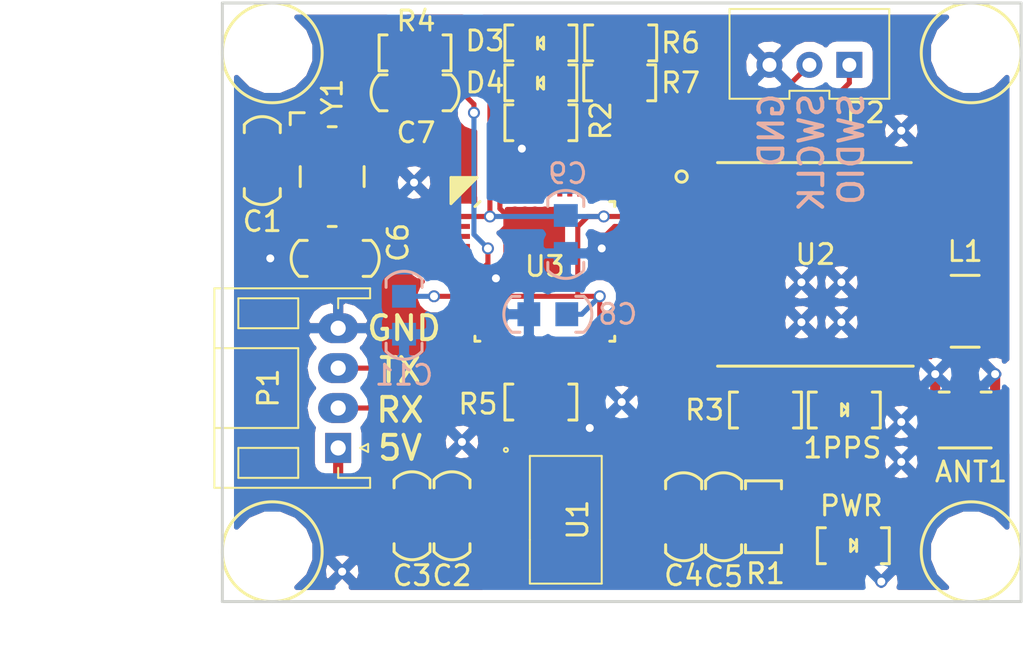
<source format=kicad_pcb>
(kicad_pcb (version 4) (host pcbnew 4.0.3-stable)

  (general
    (links 85)
    (no_connects 0)
    (area 118.650001 63.4472 170.252801 99.7)
    (thickness 1.6)
    (drawings 13)
    (tracks 167)
    (zones 0)
    (modules 47)
    (nets 58)
  )

  (page A4)
  (layers
    (0 F.Cu signal)
    (31 B.Cu signal)
    (32 B.Adhes user)
    (33 F.Adhes user)
    (34 B.Paste user)
    (35 F.Paste user)
    (36 B.SilkS user)
    (37 F.SilkS user)
    (38 B.Mask user)
    (39 F.Mask user)
    (40 Dwgs.User user)
    (41 Cmts.User user)
    (42 Eco1.User user)
    (43 Eco2.User user)
    (44 Edge.Cuts user)
    (45 Margin user)
    (46 B.CrtYd user)
    (47 F.CrtYd user)
    (48 B.Fab user hide)
    (49 F.Fab user hide)
  )

  (setup
    (last_trace_width 0.254)
    (trace_clearance 0.1778)
    (zone_clearance 0.508)
    (zone_45_only no)
    (trace_min 0.2)
    (segment_width 0.2)
    (edge_width 0.15)
    (via_size 0.6)
    (via_drill 0.4)
    (via_min_size 0.4)
    (via_min_drill 0.3)
    (uvia_size 0.3)
    (uvia_drill 0.1)
    (uvias_allowed no)
    (uvia_min_size 0.2)
    (uvia_min_drill 0.1)
    (pcb_text_width 0.3)
    (pcb_text_size 1.5 1.5)
    (mod_edge_width 0.15)
    (mod_text_size 1 1)
    (mod_text_width 0.15)
    (pad_size 0.6 0.6)
    (pad_drill 0.4)
    (pad_to_mask_clearance 0.2)
    (aux_axis_origin 0 0)
    (visible_elements 7FFFFFFF)
    (pcbplotparams
      (layerselection 0x010fc_80000001)
      (usegerberextensions false)
      (excludeedgelayer true)
      (linewidth 0.100000)
      (plotframeref false)
      (viasonmask false)
      (mode 1)
      (useauxorigin false)
      (hpglpennumber 1)
      (hpglpenspeed 20)
      (hpglpendiameter 15)
      (hpglpenoverlay 2)
      (psnegative false)
      (psa4output false)
      (plotreference true)
      (plotvalue true)
      (plotinvisibletext false)
      (padsonsilk false)
      (subtractmaskfromsilk false)
      (outputformat 1)
      (mirror false)
      (drillshape 0)
      (scaleselection 1)
      (outputdirectory Geber/))
  )

  (net 0 "")
  (net 1 "Net-(ANT1-Pad1)")
  (net 2 GND)
  (net 3 /OSCI)
  (net 4 +5V)
  (net 5 +3V3)
  (net 6 /OSCO)
  (net 7 /NRST)
  (net 8 "Net-(D1-Pad2)")
  (net 9 "Net-(D2-Pad2)")
  (net 10 "Net-(D3-Pad2)")
  (net 11 "Net-(D4-Pad2)")
  (net 12 "Net-(L1-Pad1)")
  (net 13 /U2TX)
  (net 14 /U2RX)
  (net 15 "Net-(R2-Pad2)")
  (net 16 "Net-(R3-Pad1)")
  (net 17 "Net-(R5-Pad1)")
  (net 18 /LD1)
  (net 19 /LD2)
  (net 20 /U1RX)
  (net 21 /U1TX)
  (net 22 "Net-(U2-Pad5)")
  (net 23 "Net-(U2-Pad7)")
  (net 24 "Net-(U2-Pad13)")
  (net 25 "Net-(U2-Pad15)")
  (net 26 "Net-(U2-Pad16)")
  (net 27 "Net-(U2-Pad17)")
  (net 28 "Net-(U2-Pad18)")
  (net 29 "Net-(U3-Pad2)")
  (net 30 "Net-(U3-Pad3)")
  (net 31 "Net-(U3-Pad4)")
  (net 32 "Net-(U3-Pad10)")
  (net 33 "Net-(U3-Pad11)")
  (net 34 "Net-(U3-Pad14)")
  (net 35 "Net-(U3-Pad15)")
  (net 36 "Net-(U3-Pad16)")
  (net 37 "Net-(U3-Pad17)")
  (net 38 "Net-(U3-Pad21)")
  (net 39 "Net-(U3-Pad22)")
  (net 40 "Net-(U3-Pad25)")
  (net 41 "Net-(U3-Pad26)")
  (net 42 "Net-(U3-Pad27)")
  (net 43 "Net-(U3-Pad28)")
  (net 44 "Net-(U3-Pad32)")
  (net 45 "Net-(U3-Pad33)")
  (net 46 /SWDIO)
  (net 47 /SWCLK)
  (net 48 "Net-(U3-Pad38)")
  (net 49 "Net-(U3-Pad41)")
  (net 50 "Net-(U3-Pad42)")
  (net 51 "Net-(U3-Pad43)")
  (net 52 "Net-(U3-Pad45)")
  (net 53 "Net-(U3-Pad46)")
  (net 54 "Net-(U2-Pad9)")
  (net 55 "Net-(U3-Pad29)")
  (net 56 "Net-(U3-Pad18)")
  (net 57 "Net-(U3-Pad19)")

  (net_class Default 这是默认网络组.
    (clearance 0.1778)
    (trace_width 0.254)
    (via_dia 0.6)
    (via_drill 0.4)
    (uvia_dia 0.3)
    (uvia_drill 0.1)
    (add_net /LD1)
    (add_net /LD2)
    (add_net /NRST)
    (add_net /OSCI)
    (add_net /OSCO)
    (add_net /SWCLK)
    (add_net /SWDIO)
    (add_net /U1RX)
    (add_net /U1TX)
    (add_net /U2RX)
    (add_net /U2TX)
    (add_net GND)
    (add_net "Net-(ANT1-Pad1)")
    (add_net "Net-(D1-Pad2)")
    (add_net "Net-(D2-Pad2)")
    (add_net "Net-(D3-Pad2)")
    (add_net "Net-(D4-Pad2)")
    (add_net "Net-(L1-Pad1)")
    (add_net "Net-(R2-Pad2)")
    (add_net "Net-(R3-Pad1)")
    (add_net "Net-(R5-Pad1)")
    (add_net "Net-(U2-Pad13)")
    (add_net "Net-(U2-Pad15)")
    (add_net "Net-(U2-Pad16)")
    (add_net "Net-(U2-Pad17)")
    (add_net "Net-(U2-Pad18)")
    (add_net "Net-(U2-Pad5)")
    (add_net "Net-(U2-Pad7)")
    (add_net "Net-(U2-Pad9)")
    (add_net "Net-(U3-Pad10)")
    (add_net "Net-(U3-Pad11)")
    (add_net "Net-(U3-Pad14)")
    (add_net "Net-(U3-Pad15)")
    (add_net "Net-(U3-Pad16)")
    (add_net "Net-(U3-Pad17)")
    (add_net "Net-(U3-Pad18)")
    (add_net "Net-(U3-Pad19)")
    (add_net "Net-(U3-Pad2)")
    (add_net "Net-(U3-Pad21)")
    (add_net "Net-(U3-Pad22)")
    (add_net "Net-(U3-Pad25)")
    (add_net "Net-(U3-Pad26)")
    (add_net "Net-(U3-Pad27)")
    (add_net "Net-(U3-Pad28)")
    (add_net "Net-(U3-Pad29)")
    (add_net "Net-(U3-Pad3)")
    (add_net "Net-(U3-Pad32)")
    (add_net "Net-(U3-Pad33)")
    (add_net "Net-(U3-Pad38)")
    (add_net "Net-(U3-Pad4)")
    (add_net "Net-(U3-Pad41)")
    (add_net "Net-(U3-Pad42)")
    (add_net "Net-(U3-Pad43)")
    (add_net "Net-(U3-Pad45)")
    (add_net "Net-(U3-Pad46)")
  )

  (net_class PWR ""
    (clearance 0.1778)
    (trace_width 0.508)
    (via_dia 0.6)
    (via_drill 0.4)
    (uvia_dia 0.3)
    (uvia_drill 0.1)
    (add_net +3V3)
    (add_net +5V)
  )

  (module HanYuan:VIA (layer F.Cu) (tedit 5832AAB4) (tstamp 5832B2E4)
    (at 150 85)
    (fp_text reference "" (at 0 0) (layer F.SilkS) hide
      (effects (font (size 0.127 0.127) (thickness 0.000001)))
    )
    (fp_text value "" (at 0 1.4) (layer F.Fab) hide
      (effects (font (size 1 1) (thickness 0.15)))
    )
    (pad 1 thru_hole circle (at 0 0) (size 0.6 0.6) (drill 0.4) (layers *.Cu)
      (net 2 GND))
  )

  (module HanYuan:VIA (layer F.Cu) (tedit 5832AAB4) (tstamp 5832B2E0)
    (at 163 94)
    (fp_text reference "" (at 0 0) (layer F.SilkS) hide
      (effects (font (size 0.127 0.127) (thickness 0.000001)))
    )
    (fp_text value "" (at 0 1.4) (layer F.Fab) hide
      (effects (font (size 1 1) (thickness 0.15)))
    )
    (pad 1 thru_hole circle (at 0 0) (size 0.6 0.6) (drill 0.4) (layers *.Cu)
      (net 2 GND))
  )

  (module HanYuan:VIA (layer F.Cu) (tedit 5832AAB4) (tstamp 5832B2DC)
    (at 136 93.5)
    (fp_text reference "" (at 0 0) (layer F.SilkS) hide
      (effects (font (size 0.127 0.127) (thickness 0.000001)))
    )
    (fp_text value "" (at 0 1.4) (layer F.Fab) hide
      (effects (font (size 1 1) (thickness 0.15)))
    )
    (pad 1 thru_hole circle (at 0 0) (size 0.6 0.6) (drill 0.4) (layers *.Cu)
      (net 2 GND))
  )

  (module HanYuan:VIA (layer F.Cu) (tedit 5832AAB4) (tstamp 5832B2D0)
    (at 139.6 74)
    (fp_text reference "" (at 0 0) (layer F.SilkS) hide
      (effects (font (size 0.127 0.127) (thickness 0.000001)))
    )
    (fp_text value "" (at 0 1.4) (layer F.Fab) hide
      (effects (font (size 1 1) (thickness 0.15)))
    )
    (pad 1 thru_hole circle (at 0 0) (size 0.6 0.6) (drill 0.4) (layers *.Cu)
      (net 2 GND))
  )

  (module HanYuan:VIA (layer F.Cu) (tedit 5832AAB4) (tstamp 5832B2B4)
    (at 142 87)
    (fp_text reference "" (at 0 0) (layer F.SilkS) hide
      (effects (font (size 0.127 0.127) (thickness 0.000001)))
    )
    (fp_text value "" (at 0 1.4) (layer F.Fab) hide
      (effects (font (size 1 1) (thickness 0.15)))
    )
    (pad 1 thru_hole circle (at 0 0) (size 0.6 0.6) (drill 0.4) (layers *.Cu)
      (net 2 GND))
  )

  (module HanYuan:VIA (layer F.Cu) (tedit 5832AAB4) (tstamp 5832B2B0)
    (at 161 81)
    (fp_text reference "" (at 0 0) (layer F.SilkS) hide
      (effects (font (size 0.127 0.127) (thickness 0.000001)))
    )
    (fp_text value "" (at 0 1.4) (layer F.Fab) hide
      (effects (font (size 1 1) (thickness 0.15)))
    )
    (pad 1 thru_hole circle (at 0 0) (size 0.6 0.6) (drill 0.4) (layers *.Cu)
      (net 2 GND))
  )

  (module HanYuan:VIA (layer F.Cu) (tedit 5832AAB4) (tstamp 5832B2AC)
    (at 159 81)
    (fp_text reference "" (at 0 0) (layer F.SilkS) hide
      (effects (font (size 0.127 0.127) (thickness 0.000001)))
    )
    (fp_text value "" (at 0 1.4) (layer F.Fab) hide
      (effects (font (size 1 1) (thickness 0.15)))
    )
    (pad 1 thru_hole circle (at 0 0) (size 0.6 0.6) (drill 0.4) (layers *.Cu)
      (net 2 GND))
  )

  (module HanYuan:VIA (layer F.Cu) (tedit 5832AAB4) (tstamp 5832B2A4)
    (at 164 86)
    (fp_text reference "" (at 0 0) (layer F.SilkS) hide
      (effects (font (size 0.127 0.127) (thickness 0.000001)))
    )
    (fp_text value "" (at 0 1.4) (layer F.Fab) hide
      (effects (font (size 1 1) (thickness 0.15)))
    )
    (pad 1 thru_hole circle (at 0 0) (size 0.6 0.6) (drill 0.4) (layers *.Cu)
      (net 2 GND))
  )

  (module HanYuan:VIA (layer F.Cu) (tedit 5832AAB4) (tstamp 5832B2A0)
    (at 164 88)
    (fp_text reference "" (at 0 0) (layer F.SilkS) hide
      (effects (font (size 0.127 0.127) (thickness 0.000001)))
    )
    (fp_text value "" (at 0 1.4) (layer F.Fab) hide
      (effects (font (size 1 1) (thickness 0.15)))
    )
    (pad 1 thru_hole circle (at 0 0) (size 0.6 0.6) (drill 0.4) (layers *.Cu)
      (net 2 GND))
  )

  (module HanYuan:VIA (layer F.Cu) (tedit 5832AAB4) (tstamp 5832B29C)
    (at 161 79)
    (fp_text reference "" (at 0 0) (layer F.SilkS) hide
      (effects (font (size 0.127 0.127) (thickness 0.000001)))
    )
    (fp_text value "" (at 0 1.4) (layer F.Fab) hide
      (effects (font (size 1 1) (thickness 0.15)))
    )
    (pad 1 thru_hole circle (at 0 0) (size 0.6 0.6) (drill 0.4) (layers *.Cu)
      (net 2 GND))
  )

  (module HanYuan:VIA (layer F.Cu) (tedit 5832AAB4) (tstamp 5832B298)
    (at 159 79)
    (fp_text reference "" (at 0 0) (layer F.SilkS) hide
      (effects (font (size 0.127 0.127) (thickness 0.000001)))
    )
    (fp_text value "" (at 0 1.4) (layer F.Fab) hide
      (effects (font (size 1 1) (thickness 0.15)))
    )
    (pad 1 thru_hole circle (at 0 0) (size 0.6 0.6) (drill 0.4) (layers *.Cu)
      (net 2 GND))
  )

  (module HanYuan:VIA (layer F.Cu) (tedit 5832AAB4) (tstamp 5832B294)
    (at 164 71.4)
    (fp_text reference "" (at 0 0) (layer F.SilkS) hide
      (effects (font (size 0.127 0.127) (thickness 0.000001)))
    )
    (fp_text value "" (at 0 1.4) (layer F.Fab) hide
      (effects (font (size 1 1) (thickness 0.15)))
    )
    (pad 1 thru_hole circle (at 0 0) (size 0.6 0.6) (drill 0.4) (layers *.Cu)
      (net 2 GND))
  )

  (module HanYuan:VIA (layer F.Cu) (tedit 5832AAB4) (tstamp 5832B290)
    (at 165.7 83.6)
    (fp_text reference "" (at 0 0) (layer F.SilkS) hide
      (effects (font (size 0.127 0.127) (thickness 0.000001)))
    )
    (fp_text value "" (at 0 1.4) (layer F.Fab) hide
      (effects (font (size 1 1) (thickness 0.15)))
    )
    (pad 1 thru_hole circle (at 0 0) (size 0.6 0.6) (drill 0.4) (layers *.Cu)
      (net 2 GND))
  )

  (module HanYuan:VIA (layer F.Cu) (tedit 5832AAB4) (tstamp 5832B28C)
    (at 168.7 83.6)
    (fp_text reference "" (at 0 0) (layer F.SilkS) hide
      (effects (font (size 0.127 0.127) (thickness 0.000001)))
    )
    (fp_text value "" (at 0 1.4) (layer F.Fab) hide
      (effects (font (size 1 1) (thickness 0.15)))
    )
    (pad 1 thru_hole circle (at 0 0) (size 0.6 0.6) (drill 0.4) (layers *.Cu)
      (net 2 GND))
  )

  (module HanYuan:LED0805 (layer F.Cu) (tedit 57B91DAA) (tstamp 5832DFEA)
    (at 145.95 67)
    (path /58300923)
    (fp_text reference D3 (at -2.8 -0.1) (layer F.SilkS)
      (effects (font (size 1 1) (thickness 0.15)))
    )
    (fp_text value LD1 (at 0 1.7) (layer F.Fab)
      (effects (font (size 1 1) (thickness 0.15)))
    )
    (fp_line (start 0.136167 -0.286671) (end -0.163833 0.013329) (layer F.SilkS) (width 0.15))
    (fp_line (start 0.136167 0.313329) (end 0.136167 -0.286671) (layer F.SilkS) (width 0.15))
    (fp_line (start -0.163833 0.013329) (end 0.136167 0.313329) (layer F.SilkS) (width 0.15))
    (fp_line (start -0.163833 0.313329) (end -0.163833 -0.286671) (layer F.SilkS) (width 0.15))
    (fp_line (start 1.8 -0.9) (end 1.4 -0.9) (layer F.SilkS) (width 0.15))
    (fp_line (start 1.8 0.9) (end 1.8 -0.9) (layer F.SilkS) (width 0.15))
    (fp_line (start 1.8 0.9) (end 1.4 0.9) (layer F.SilkS) (width 0.15))
    (fp_line (start -1.8 0.9) (end -1.4 0.9) (layer F.SilkS) (width 0.15))
    (fp_line (start -1.8 -0.9) (end -1.8 0.9) (layer F.SilkS) (width 0.15))
    (fp_line (start -1.4 -0.9) (end -1.8 -0.9) (layer F.SilkS) (width 0.15))
    (pad 1 smd rect (at -0.95 0) (size 1.14 1.2) (layers F.Cu F.Paste F.Mask)
      (net 2 GND))
    (pad 2 smd rect (at 0.95 0) (size 1.14 1.2) (layers F.Cu F.Paste F.Mask)
      (net 10 "Net-(D3-Pad2)"))
    (model HamYuam.3dshapes/led0805.wrl
      (at (xyz 0 0 0))
      (scale (xyz 0.4 0.4 0.4))
      (rotate (xyz 0 0 0))
    )
  )

  (module HanYuan:C0805 (layer F.Cu) (tedit 57B91C3F) (tstamp 5832B6D0)
    (at 132 72.9 90)
    (path /5832B040)
    (fp_text reference C1 (at -3.05 0 180) (layer F.SilkS)
      (effects (font (size 1 1) (thickness 0.15)))
    )
    (fp_text value 20p (at 0 1.7 90) (layer F.Fab)
      (effects (font (size 1 1) (thickness 0.15)))
    )
    (fp_arc (start -1 0) (end -1.8 0.9) (angle 96.73292133) (layer F.SilkS) (width 0.15))
    (fp_arc (start 1 0) (end 1.8 -0.9) (angle 96.73292133) (layer F.SilkS) (width 0.15))
    (fp_line (start 1.8 -0.9) (end 1.4 -0.9) (layer F.SilkS) (width 0.15))
    (fp_line (start 1.8 0.9) (end 1.4 0.9) (layer F.SilkS) (width 0.15))
    (fp_line (start -1.8 0.9) (end -1.4 0.9) (layer F.SilkS) (width 0.15))
    (fp_line (start -1.4 -0.9) (end -1.8 -0.9) (layer F.SilkS) (width 0.15))
    (pad 1 smd rect (at -0.95 0 90) (size 1.14 1.2) (layers F.Cu F.Paste F.Mask)
      (net 2 GND))
    (pad 2 smd rect (at 0.95 0 90) (size 1.14 1.2) (layers F.Cu F.Paste F.Mask)
      (net 3 /OSCI))
    (model HamYuam.3dshapes/C_0805.wrl
      (at (xyz 0 0 0))
      (scale (xyz 1 1 1))
      (rotate (xyz 0 0 0))
    )
  )

  (module HanYuan:C0805 (layer F.Cu) (tedit 57B91C3F) (tstamp 5832B6DC)
    (at 141.5 90.7 90)
    (path /582FE462)
    (fp_text reference C2 (at -3 0 180) (layer F.SilkS)
      (effects (font (size 1 1) (thickness 0.15)))
    )
    (fp_text value 105 (at 0 1.7 90) (layer F.Fab)
      (effects (font (size 1 1) (thickness 0.15)))
    )
    (fp_arc (start -1 0) (end -1.8 0.9) (angle 96.73292133) (layer F.SilkS) (width 0.15))
    (fp_arc (start 1 0) (end 1.8 -0.9) (angle 96.73292133) (layer F.SilkS) (width 0.15))
    (fp_line (start 1.8 -0.9) (end 1.4 -0.9) (layer F.SilkS) (width 0.15))
    (fp_line (start 1.8 0.9) (end 1.4 0.9) (layer F.SilkS) (width 0.15))
    (fp_line (start -1.8 0.9) (end -1.4 0.9) (layer F.SilkS) (width 0.15))
    (fp_line (start -1.4 -0.9) (end -1.8 -0.9) (layer F.SilkS) (width 0.15))
    (pad 1 smd rect (at -0.95 0 90) (size 1.14 1.2) (layers F.Cu F.Paste F.Mask)
      (net 4 +5V))
    (pad 2 smd rect (at 0.95 0 90) (size 1.14 1.2) (layers F.Cu F.Paste F.Mask)
      (net 2 GND))
    (model HamYuam.3dshapes/C_0805.wrl
      (at (xyz 0 0 0))
      (scale (xyz 1 1 1))
      (rotate (xyz 0 0 0))
    )
  )

  (module HanYuan:C0805 (layer F.Cu) (tedit 57B91C3F) (tstamp 5832B6E8)
    (at 139.5 90.7 90)
    (path /582FE4F3)
    (fp_text reference C3 (at -3 0 180) (layer F.SilkS)
      (effects (font (size 1 1) (thickness 0.15)))
    )
    (fp_text value 104 (at 0 1.7 90) (layer F.Fab)
      (effects (font (size 1 1) (thickness 0.15)))
    )
    (fp_arc (start -1 0) (end -1.8 0.9) (angle 96.73292133) (layer F.SilkS) (width 0.15))
    (fp_arc (start 1 0) (end 1.8 -0.9) (angle 96.73292133) (layer F.SilkS) (width 0.15))
    (fp_line (start 1.8 -0.9) (end 1.4 -0.9) (layer F.SilkS) (width 0.15))
    (fp_line (start 1.8 0.9) (end 1.4 0.9) (layer F.SilkS) (width 0.15))
    (fp_line (start -1.8 0.9) (end -1.4 0.9) (layer F.SilkS) (width 0.15))
    (fp_line (start -1.4 -0.9) (end -1.8 -0.9) (layer F.SilkS) (width 0.15))
    (pad 1 smd rect (at -0.95 0 90) (size 1.14 1.2) (layers F.Cu F.Paste F.Mask)
      (net 4 +5V))
    (pad 2 smd rect (at 0.95 0 90) (size 1.14 1.2) (layers F.Cu F.Paste F.Mask)
      (net 2 GND))
    (model HamYuam.3dshapes/C_0805.wrl
      (at (xyz 0 0 0))
      (scale (xyz 1 1 1))
      (rotate (xyz 0 0 0))
    )
  )

  (module HanYuan:C0805 (layer F.Cu) (tedit 57B91C3F) (tstamp 5832B6F4)
    (at 153.1 90.75 90)
    (path /582FE537)
    (fp_text reference C4 (at -2.95 0 180) (layer F.SilkS)
      (effects (font (size 1 1) (thickness 0.15)))
    )
    (fp_text value 104 (at 0 1.7 90) (layer F.Fab)
      (effects (font (size 1 1) (thickness 0.15)))
    )
    (fp_arc (start -1 0) (end -1.8 0.9) (angle 96.73292133) (layer F.SilkS) (width 0.15))
    (fp_arc (start 1 0) (end 1.8 -0.9) (angle 96.73292133) (layer F.SilkS) (width 0.15))
    (fp_line (start 1.8 -0.9) (end 1.4 -0.9) (layer F.SilkS) (width 0.15))
    (fp_line (start 1.8 0.9) (end 1.4 0.9) (layer F.SilkS) (width 0.15))
    (fp_line (start -1.8 0.9) (end -1.4 0.9) (layer F.SilkS) (width 0.15))
    (fp_line (start -1.4 -0.9) (end -1.8 -0.9) (layer F.SilkS) (width 0.15))
    (pad 1 smd rect (at -0.95 0 90) (size 1.14 1.2) (layers F.Cu F.Paste F.Mask)
      (net 5 +3V3))
    (pad 2 smd rect (at 0.95 0 90) (size 1.14 1.2) (layers F.Cu F.Paste F.Mask)
      (net 2 GND))
    (model HamYuam.3dshapes/C_0805.wrl
      (at (xyz 0 0 0))
      (scale (xyz 1 1 1))
      (rotate (xyz 0 0 0))
    )
  )

  (module HanYuan:C0805 (layer F.Cu) (tedit 57B91C3F) (tstamp 5832B700)
    (at 155.1 90.75 90)
    (path /582FE5A2)
    (fp_text reference C5 (at -3 0 180) (layer F.SilkS)
      (effects (font (size 1 1) (thickness 0.15)))
    )
    (fp_text value 105 (at 0 1.7 90) (layer F.Fab)
      (effects (font (size 1 1) (thickness 0.15)))
    )
    (fp_arc (start -1 0) (end -1.8 0.9) (angle 96.73292133) (layer F.SilkS) (width 0.15))
    (fp_arc (start 1 0) (end 1.8 -0.9) (angle 96.73292133) (layer F.SilkS) (width 0.15))
    (fp_line (start 1.8 -0.9) (end 1.4 -0.9) (layer F.SilkS) (width 0.15))
    (fp_line (start 1.8 0.9) (end 1.4 0.9) (layer F.SilkS) (width 0.15))
    (fp_line (start -1.8 0.9) (end -1.4 0.9) (layer F.SilkS) (width 0.15))
    (fp_line (start -1.4 -0.9) (end -1.8 -0.9) (layer F.SilkS) (width 0.15))
    (pad 1 smd rect (at -0.95 0 90) (size 1.14 1.2) (layers F.Cu F.Paste F.Mask)
      (net 5 +3V3))
    (pad 2 smd rect (at 0.95 0 90) (size 1.14 1.2) (layers F.Cu F.Paste F.Mask)
      (net 2 GND))
    (model HamYuam.3dshapes/C_0805.wrl
      (at (xyz 0 0 0))
      (scale (xyz 1 1 1))
      (rotate (xyz 0 0 0))
    )
  )

  (module HanYuan:C0805 (layer F.Cu) (tedit 57B91C3F) (tstamp 5832B70C)
    (at 135.65 77.8)
    (path /5832ACD2)
    (fp_text reference C6 (at 3.15 -0.8 90) (layer F.SilkS)
      (effects (font (size 1 1) (thickness 0.15)))
    )
    (fp_text value 20p (at 0 1.7) (layer F.Fab)
      (effects (font (size 1 1) (thickness 0.15)))
    )
    (fp_arc (start -1 0) (end -1.8 0.9) (angle 96.73292133) (layer F.SilkS) (width 0.15))
    (fp_arc (start 1 0) (end 1.8 -0.9) (angle 96.73292133) (layer F.SilkS) (width 0.15))
    (fp_line (start 1.8 -0.9) (end 1.4 -0.9) (layer F.SilkS) (width 0.15))
    (fp_line (start 1.8 0.9) (end 1.4 0.9) (layer F.SilkS) (width 0.15))
    (fp_line (start -1.8 0.9) (end -1.4 0.9) (layer F.SilkS) (width 0.15))
    (fp_line (start -1.4 -0.9) (end -1.8 -0.9) (layer F.SilkS) (width 0.15))
    (pad 1 smd rect (at -0.95 0) (size 1.14 1.2) (layers F.Cu F.Paste F.Mask)
      (net 2 GND))
    (pad 2 smd rect (at 0.95 0) (size 1.14 1.2) (layers F.Cu F.Paste F.Mask)
      (net 6 /OSCO))
    (model HamYuam.3dshapes/C_0805.wrl
      (at (xyz 0 0 0))
      (scale (xyz 1 1 1))
      (rotate (xyz 0 0 0))
    )
  )

  (module HanYuan:C0805 (layer F.Cu) (tedit 57B91C3F) (tstamp 5832B718)
    (at 139.65 69.5)
    (path /582FB5E5)
    (fp_text reference C7 (at 0.05 2) (layer F.SilkS)
      (effects (font (size 1 1) (thickness 0.15)))
    )
    (fp_text value 104 (at 0 1.7) (layer F.Fab)
      (effects (font (size 1 1) (thickness 0.15)))
    )
    (fp_arc (start -1 0) (end -1.8 0.9) (angle 96.73292133) (layer F.SilkS) (width 0.15))
    (fp_arc (start 1 0) (end 1.8 -0.9) (angle 96.73292133) (layer F.SilkS) (width 0.15))
    (fp_line (start 1.8 -0.9) (end 1.4 -0.9) (layer F.SilkS) (width 0.15))
    (fp_line (start 1.8 0.9) (end 1.4 0.9) (layer F.SilkS) (width 0.15))
    (fp_line (start -1.8 0.9) (end -1.4 0.9) (layer F.SilkS) (width 0.15))
    (fp_line (start -1.4 -0.9) (end -1.8 -0.9) (layer F.SilkS) (width 0.15))
    (pad 1 smd rect (at -0.95 0) (size 1.14 1.2) (layers F.Cu F.Paste F.Mask)
      (net 2 GND))
    (pad 2 smd rect (at 0.95 0) (size 1.14 1.2) (layers F.Cu F.Paste F.Mask)
      (net 7 /NRST))
    (model HamYuam.3dshapes/C_0805.wrl
      (at (xyz 0 0 0))
      (scale (xyz 1 1 1))
      (rotate (xyz 0 0 0))
    )
  )

  (module HanYuan:C0805 (layer B.Cu) (tedit 57B91C3F) (tstamp 5832B724)
    (at 146.3 80.6)
    (path /5832BF4E)
    (fp_text reference C8 (at 3.5 0) (layer B.SilkS)
      (effects (font (size 1 1) (thickness 0.15)) (justify mirror))
    )
    (fp_text value 104 (at 0 -1.7) (layer B.Fab)
      (effects (font (size 1 1) (thickness 0.15)) (justify mirror))
    )
    (fp_arc (start -1 0) (end -1.8 -0.9) (angle -96.73292133) (layer B.SilkS) (width 0.15))
    (fp_arc (start 1 0) (end 1.8 0.9) (angle -96.73292133) (layer B.SilkS) (width 0.15))
    (fp_line (start 1.8 0.9) (end 1.4 0.9) (layer B.SilkS) (width 0.15))
    (fp_line (start 1.8 -0.9) (end 1.4 -0.9) (layer B.SilkS) (width 0.15))
    (fp_line (start -1.8 -0.9) (end -1.4 -0.9) (layer B.SilkS) (width 0.15))
    (fp_line (start -1.4 0.9) (end -1.8 0.9) (layer B.SilkS) (width 0.15))
    (pad 1 smd rect (at -0.95 0) (size 1.14 1.2) (layers B.Cu B.Paste B.Mask)
      (net 2 GND))
    (pad 2 smd rect (at 0.95 0) (size 1.14 1.2) (layers B.Cu B.Paste B.Mask)
      (net 5 +3V3))
    (model HamYuam.3dshapes/C_0805.wrl
      (at (xyz 0 0 0))
      (scale (xyz 1 1 1))
      (rotate (xyz 0 0 0))
    )
  )

  (module HanYuan:C0805 (layer B.Cu) (tedit 57B91C3F) (tstamp 5832B730)
    (at 147.2 76.6 90)
    (path /5832BFFB)
    (fp_text reference C9 (at 3.05 0.1 360) (layer B.SilkS)
      (effects (font (size 1 1) (thickness 0.15)) (justify mirror))
    )
    (fp_text value 104 (at 0 -1.7 90) (layer B.Fab)
      (effects (font (size 1 1) (thickness 0.15)) (justify mirror))
    )
    (fp_arc (start -1 0) (end -1.8 -0.9) (angle -96.73292133) (layer B.SilkS) (width 0.15))
    (fp_arc (start 1 0) (end 1.8 0.9) (angle -96.73292133) (layer B.SilkS) (width 0.15))
    (fp_line (start 1.8 0.9) (end 1.4 0.9) (layer B.SilkS) (width 0.15))
    (fp_line (start 1.8 -0.9) (end 1.4 -0.9) (layer B.SilkS) (width 0.15))
    (fp_line (start -1.8 -0.9) (end -1.4 -0.9) (layer B.SilkS) (width 0.15))
    (fp_line (start -1.4 0.9) (end -1.8 0.9) (layer B.SilkS) (width 0.15))
    (pad 1 smd rect (at -0.95 0 90) (size 1.14 1.2) (layers B.Cu B.Paste B.Mask)
      (net 2 GND))
    (pad 2 smd rect (at 0.95 0 90) (size 1.14 1.2) (layers B.Cu B.Paste B.Mask)
      (net 5 +3V3))
    (model HamYuam.3dshapes/C_0805.wrl
      (at (xyz 0 0 0))
      (scale (xyz 1 1 1))
      (rotate (xyz 0 0 0))
    )
  )

  (module HanYuan:C0805 (layer B.Cu) (tedit 57B91C3F) (tstamp 5832B748)
    (at 139.1 80.65 90)
    (path /5832C0E2)
    (fp_text reference C11 (at -3 0 360) (layer B.SilkS)
      (effects (font (size 1 1) (thickness 0.15)) (justify mirror))
    )
    (fp_text value 105 (at 0 -1.7 90) (layer B.Fab)
      (effects (font (size 1 1) (thickness 0.15)) (justify mirror))
    )
    (fp_arc (start -1 0) (end -1.8 -0.9) (angle -96.73292133) (layer B.SilkS) (width 0.15))
    (fp_arc (start 1 0) (end 1.8 0.9) (angle -96.73292133) (layer B.SilkS) (width 0.15))
    (fp_line (start 1.8 0.9) (end 1.4 0.9) (layer B.SilkS) (width 0.15))
    (fp_line (start 1.8 -0.9) (end 1.4 -0.9) (layer B.SilkS) (width 0.15))
    (fp_line (start -1.8 -0.9) (end -1.4 -0.9) (layer B.SilkS) (width 0.15))
    (fp_line (start -1.4 0.9) (end -1.8 0.9) (layer B.SilkS) (width 0.15))
    (pad 1 smd rect (at -0.95 0 90) (size 1.14 1.2) (layers B.Cu B.Paste B.Mask)
      (net 2 GND))
    (pad 2 smd rect (at 0.95 0 90) (size 1.14 1.2) (layers B.Cu B.Paste B.Mask)
      (net 5 +3V3))
    (model HamYuam.3dshapes/C_0805.wrl
      (at (xyz 0 0 0))
      (scale (xyz 1 1 1))
      (rotate (xyz 0 0 0))
    )
  )

  (module HanYuan:LED0805 (layer F.Cu) (tedit 583295E2) (tstamp 5832B758)
    (at 161.6 92.2 180)
    (path /5832A1B5)
    (fp_text reference PWR (at 0.1 2 180) (layer F.SilkS)
      (effects (font (size 1 1) (thickness 0.15)))
    )
    (fp_text value PWR (at 0 1.7 180) (layer F.Fab)
      (effects (font (size 1 1) (thickness 0.15)))
    )
    (fp_line (start 0.136167 -0.286671) (end -0.163833 0.013329) (layer F.SilkS) (width 0.15))
    (fp_line (start 0.136167 0.313329) (end 0.136167 -0.286671) (layer F.SilkS) (width 0.15))
    (fp_line (start -0.163833 0.013329) (end 0.136167 0.313329) (layer F.SilkS) (width 0.15))
    (fp_line (start -0.163833 0.313329) (end -0.163833 -0.286671) (layer F.SilkS) (width 0.15))
    (fp_line (start 1.8 -0.9) (end 1.4 -0.9) (layer F.SilkS) (width 0.15))
    (fp_line (start 1.8 0.9) (end 1.8 -0.9) (layer F.SilkS) (width 0.15))
    (fp_line (start 1.8 0.9) (end 1.4 0.9) (layer F.SilkS) (width 0.15))
    (fp_line (start -1.8 0.9) (end -1.4 0.9) (layer F.SilkS) (width 0.15))
    (fp_line (start -1.8 -0.9) (end -1.8 0.9) (layer F.SilkS) (width 0.15))
    (fp_line (start -1.4 -0.9) (end -1.8 -0.9) (layer F.SilkS) (width 0.15))
    (pad 1 smd rect (at -0.95 0 180) (size 1.14 1.2) (layers F.Cu F.Paste F.Mask)
      (net 2 GND))
    (pad 2 smd rect (at 0.95 0 180) (size 1.14 1.2) (layers F.Cu F.Paste F.Mask)
      (net 8 "Net-(D1-Pad2)"))
    (model HamYuam.3dshapes/led0805.wrl
      (at (xyz 0 0 0))
      (scale (xyz 0.4 0.4 0.4))
      (rotate (xyz 0 0 0))
    )
  )

  (module HanYuan:LED0805 (layer F.Cu) (tedit 5832960B) (tstamp 5832B768)
    (at 161.15 85.4 180)
    (path /582FBAA7)
    (fp_text reference 1PPS (at 0.1 -1.9 180) (layer F.SilkS)
      (effects (font (size 1 1) (thickness 0.15)))
    )
    (fp_text value PPS1 (at 0 1.7 180) (layer F.Fab)
      (effects (font (size 1 1) (thickness 0.15)))
    )
    (fp_line (start 0.136167 -0.286671) (end -0.163833 0.013329) (layer F.SilkS) (width 0.15))
    (fp_line (start 0.136167 0.313329) (end 0.136167 -0.286671) (layer F.SilkS) (width 0.15))
    (fp_line (start -0.163833 0.013329) (end 0.136167 0.313329) (layer F.SilkS) (width 0.15))
    (fp_line (start -0.163833 0.313329) (end -0.163833 -0.286671) (layer F.SilkS) (width 0.15))
    (fp_line (start 1.8 -0.9) (end 1.4 -0.9) (layer F.SilkS) (width 0.15))
    (fp_line (start 1.8 0.9) (end 1.8 -0.9) (layer F.SilkS) (width 0.15))
    (fp_line (start 1.8 0.9) (end 1.4 0.9) (layer F.SilkS) (width 0.15))
    (fp_line (start -1.8 0.9) (end -1.4 0.9) (layer F.SilkS) (width 0.15))
    (fp_line (start -1.8 -0.9) (end -1.8 0.9) (layer F.SilkS) (width 0.15))
    (fp_line (start -1.4 -0.9) (end -1.8 -0.9) (layer F.SilkS) (width 0.15))
    (pad 1 smd rect (at -0.95 0 180) (size 1.14 1.2) (layers F.Cu F.Paste F.Mask)
      (net 2 GND))
    (pad 2 smd rect (at 0.95 0 180) (size 1.14 1.2) (layers F.Cu F.Paste F.Mask)
      (net 9 "Net-(D2-Pad2)"))
    (model HamYuam.3dshapes/led0805.wrl
      (at (xyz 0 0 0))
      (scale (xyz 0.4 0.4 0.4))
      (rotate (xyz 0 0 0))
    )
  )

  (module HanYuan:L0805 (layer F.Cu) (tedit 58328371) (tstamp 5832B79D)
    (at 167.2 80.45 270)
    (path /582FB783)
    (fp_text reference L1 (at -3 0 360) (layer F.SilkS)
      (effects (font (size 1 1) (thickness 0.15)))
    )
    (fp_text value 33nH (at 0 1.7 270) (layer F.Fab)
      (effects (font (size 1 1) (thickness 0.15)))
    )
    (fp_line (start 1.8 0.7) (end 1.8 -0.7) (layer F.SilkS) (width 0.15))
    (fp_line (start -1.8 -0.7) (end -1.8 0.7) (layer F.SilkS) (width 0.15))
    (pad 1 smd rect (at -0.95 0 270) (size 1.14 1.2) (layers F.Cu F.Paste F.Mask)
      (net 12 "Net-(L1-Pad1)"))
    (pad 2 smd rect (at 0.95 0 270) (size 1.14 1.2) (layers F.Cu F.Paste F.Mask)
      (net 1 "Net-(ANT1-Pad1)"))
    (model HamYuam.3dshapes/R_0805.wrl
      (at (xyz 0 0 0))
      (scale (xyz 1 1 1))
      (rotate (xyz 0 0 0))
    )
  )

  (module HanYuan:PH-4P-2.0mm-D90 (layer F.Cu) (tedit 5832845B) (tstamp 5832B7BD)
    (at 135.8 84.3 90)
    (path /57D75EE7)
    (fp_text reference P1 (at 0 -3.5 90) (layer F.SilkS)
      (effects (font (size 1 1) (thickness 0.15)))
    )
    (fp_text value CONN_01X04 (at -0.3 3.7 90) (layer F.Fab)
      (effects (font (size 1 1) (thickness 0.15)))
    )
    (fp_line (start -3 -2) (end -4.5 -2) (layer F.SilkS) (width 0.1))
    (fp_line (start -3 -2.1) (end -3 -2) (layer F.SilkS) (width 0.1))
    (fp_line (start -3 -5) (end -3 -2.1) (layer F.SilkS) (width 0.1))
    (fp_line (start -4.5 -5) (end -3 -5) (layer F.SilkS) (width 0.1))
    (fp_line (start -4.5 -2) (end -4.5 -5) (layer F.SilkS) (width 0.1))
    (fp_line (start 4.5 -2) (end 3 -2) (layer F.SilkS) (width 0.1))
    (fp_line (start 4.5 -5) (end 4.5 -2) (layer F.SilkS) (width 0.1))
    (fp_line (start 3 -5) (end 4.5 -5) (layer F.SilkS) (width 0.1))
    (fp_line (start 3 -2) (end 3 -5) (layer F.SilkS) (width 0.1))
    (fp_line (start 2 -2) (end 2 -6.2) (layer F.SilkS) (width 0.1))
    (fp_line (start -2 -2) (end 2 -2) (layer F.SilkS) (width 0.1))
    (fp_line (start -2 -6.2) (end -2 -2) (layer F.SilkS) (width 0.1))
    (fp_line (start -2.8 1.5) (end -3 1.1) (layer F.SilkS) (width 0.1))
    (fp_line (start -3.2 1.5) (end -2.8 1.5) (layer F.SilkS) (width 0.1))
    (fp_line (start -3 1.1) (end -3.2 1.5) (layer F.SilkS) (width 0.1))
    (fp_line (start -4.5 0) (end -4 0) (layer F.SilkS) (width 0.1))
    (fp_line (start 4.5 0) (end 4 0) (layer F.SilkS) (width 0.1))
    (fp_line (start 4.5 1.6) (end 4.5 0) (layer F.SilkS) (width 0.1))
    (fp_line (start 5 1.6) (end 4.5 1.6) (layer F.SilkS) (width 0.1))
    (fp_line (start -4.5 1.6) (end -5 1.6) (layer F.SilkS) (width 0.1))
    (fp_line (start -4.5 0) (end -4.5 1.6) (layer F.SilkS) (width 0.1))
    (fp_line (start -5 -6.2) (end 5 -6.2) (layer F.SilkS) (width 0.1))
    (fp_line (start 5 1.6) (end 5 -6.2) (layer F.SilkS) (width 0.1))
    (fp_line (start -5 -6.2) (end -5 1.6) (layer F.SilkS) (width 0.1))
    (pad 1 thru_hole rect (at -3 0 90) (size 1.5 1.3) (drill 0.76) (layers *.Cu *.Mask)
      (net 4 +5V))
    (pad 2 thru_hole oval (at -1 0 90) (size 1.5 2) (drill 0.76) (layers *.Cu *.Mask)
      (net 14 /U2RX))
    (pad 3 thru_hole oval (at 1 0 90) (size 1.5 2) (drill 0.76) (layers *.Cu *.Mask)
      (net 13 /U2TX))
    (pad 4 thru_hole oval (at 3 0 90) (size 1.5 2) (drill 0.76) (layers *.Cu *.Mask)
      (net 2 GND))
    (model HamYuam.3dshapes/s4b-ph-kl.wrl
      (at (xyz 0 0 0))
      (scale (xyz 1 1 1))
      (rotate (xyz 0 0 180))
    )
  )

  (module HanYuan:R0805 (layer F.Cu) (tedit 57B91C53) (tstamp 5832B7C9)
    (at 157.1 90.75 270)
    (path /5832A1BB)
    (fp_text reference R1 (at 2.85 -0.1 360) (layer F.SilkS)
      (effects (font (size 1 1) (thickness 0.15)))
    )
    (fp_text value 220 (at 0 1.7 270) (layer F.Fab)
      (effects (font (size 1 1) (thickness 0.15)))
    )
    (fp_line (start 1.8 -0.9) (end 1.4 -0.9) (layer F.SilkS) (width 0.15))
    (fp_line (start 1.8 0.9) (end 1.8 -0.9) (layer F.SilkS) (width 0.15))
    (fp_line (start 1.8 0.9) (end 1.4 0.9) (layer F.SilkS) (width 0.15))
    (fp_line (start -1.8 0.9) (end -1.4 0.9) (layer F.SilkS) (width 0.15))
    (fp_line (start -1.8 -0.9) (end -1.8 0.9) (layer F.SilkS) (width 0.15))
    (fp_line (start -1.4 -0.9) (end -1.8 -0.9) (layer F.SilkS) (width 0.15))
    (pad 1 smd rect (at -0.95 0 270) (size 1.14 1.2) (layers F.Cu F.Paste F.Mask)
      (net 8 "Net-(D1-Pad2)"))
    (pad 2 smd rect (at 0.95 0 270) (size 1.14 1.2) (layers F.Cu F.Paste F.Mask)
      (net 5 +3V3))
    (model HamYuam.3dshapes/R_0805.wrl
      (at (xyz 0 0 0))
      (scale (xyz 1 1 1))
      (rotate (xyz 0 0 0))
    )
  )

  (module HanYuan:R0805 (layer F.Cu) (tedit 57B91C53) (tstamp 5832B7D5)
    (at 145.95 71)
    (path /582FCA33)
    (fp_text reference R2 (at 3 -0.1 90) (layer F.SilkS)
      (effects (font (size 1 1) (thickness 0.15)))
    )
    (fp_text value 10k (at 0 1.7) (layer F.Fab)
      (effects (font (size 1 1) (thickness 0.15)))
    )
    (fp_line (start 1.8 -0.9) (end 1.4 -0.9) (layer F.SilkS) (width 0.15))
    (fp_line (start 1.8 0.9) (end 1.8 -0.9) (layer F.SilkS) (width 0.15))
    (fp_line (start 1.8 0.9) (end 1.4 0.9) (layer F.SilkS) (width 0.15))
    (fp_line (start -1.8 0.9) (end -1.4 0.9) (layer F.SilkS) (width 0.15))
    (fp_line (start -1.8 -0.9) (end -1.8 0.9) (layer F.SilkS) (width 0.15))
    (fp_line (start -1.4 -0.9) (end -1.8 -0.9) (layer F.SilkS) (width 0.15))
    (pad 1 smd rect (at -0.95 0) (size 1.14 1.2) (layers F.Cu F.Paste F.Mask)
      (net 2 GND))
    (pad 2 smd rect (at 0.95 0) (size 1.14 1.2) (layers F.Cu F.Paste F.Mask)
      (net 15 "Net-(R2-Pad2)"))
    (model HamYuam.3dshapes/R_0805.wrl
      (at (xyz 0 0 0))
      (scale (xyz 1 1 1))
      (rotate (xyz 0 0 0))
    )
  )

  (module HanYuan:R0805 (layer F.Cu) (tedit 57B91C53) (tstamp 5832B7E1)
    (at 157.2 85.4)
    (path /582FBBB3)
    (fp_text reference R3 (at -3.05 0) (layer F.SilkS)
      (effects (font (size 1 1) (thickness 0.15)))
    )
    (fp_text value 220 (at 0 1.7) (layer F.Fab)
      (effects (font (size 1 1) (thickness 0.15)))
    )
    (fp_line (start 1.8 -0.9) (end 1.4 -0.9) (layer F.SilkS) (width 0.15))
    (fp_line (start 1.8 0.9) (end 1.8 -0.9) (layer F.SilkS) (width 0.15))
    (fp_line (start 1.8 0.9) (end 1.4 0.9) (layer F.SilkS) (width 0.15))
    (fp_line (start -1.8 0.9) (end -1.4 0.9) (layer F.SilkS) (width 0.15))
    (fp_line (start -1.8 -0.9) (end -1.8 0.9) (layer F.SilkS) (width 0.15))
    (fp_line (start -1.4 -0.9) (end -1.8 -0.9) (layer F.SilkS) (width 0.15))
    (pad 1 smd rect (at -0.95 0) (size 1.14 1.2) (layers F.Cu F.Paste F.Mask)
      (net 16 "Net-(R3-Pad1)"))
    (pad 2 smd rect (at 0.95 0) (size 1.14 1.2) (layers F.Cu F.Paste F.Mask)
      (net 9 "Net-(D2-Pad2)"))
    (model HamYuam.3dshapes/R_0805.wrl
      (at (xyz 0 0 0))
      (scale (xyz 1 1 1))
      (rotate (xyz 0 0 0))
    )
  )

  (module HanYuan:R0805 (layer F.Cu) (tedit 57B91C53) (tstamp 5832B7ED)
    (at 139.65 67.5 180)
    (path /582FB67A)
    (fp_text reference R4 (at -0.05 1.6 180) (layer F.SilkS)
      (effects (font (size 1 1) (thickness 0.15)))
    )
    (fp_text value 10K (at 0 1.7 180) (layer F.Fab)
      (effects (font (size 1 1) (thickness 0.15)))
    )
    (fp_line (start 1.8 -0.9) (end 1.4 -0.9) (layer F.SilkS) (width 0.15))
    (fp_line (start 1.8 0.9) (end 1.8 -0.9) (layer F.SilkS) (width 0.15))
    (fp_line (start 1.8 0.9) (end 1.4 0.9) (layer F.SilkS) (width 0.15))
    (fp_line (start -1.8 0.9) (end -1.4 0.9) (layer F.SilkS) (width 0.15))
    (fp_line (start -1.8 -0.9) (end -1.8 0.9) (layer F.SilkS) (width 0.15))
    (fp_line (start -1.4 -0.9) (end -1.8 -0.9) (layer F.SilkS) (width 0.15))
    (pad 1 smd rect (at -0.95 0 180) (size 1.14 1.2) (layers F.Cu F.Paste F.Mask)
      (net 7 /NRST))
    (pad 2 smd rect (at 0.95 0 180) (size 1.14 1.2) (layers F.Cu F.Paste F.Mask)
      (net 5 +3V3))
    (model HamYuam.3dshapes/R_0805.wrl
      (at (xyz 0 0 0))
      (scale (xyz 1 1 1))
      (rotate (xyz 0 0 0))
    )
  )

  (module HanYuan:R0805 (layer F.Cu) (tedit 57B91C53) (tstamp 5832B7F9)
    (at 145.95 85 180)
    (path /582FC74E)
    (fp_text reference R5 (at 3.15 -0.1 360) (layer F.SilkS)
      (effects (font (size 1 1) (thickness 0.15)))
    )
    (fp_text value 10k (at 0 1.7 180) (layer F.Fab)
      (effects (font (size 1 1) (thickness 0.15)))
    )
    (fp_line (start 1.8 -0.9) (end 1.4 -0.9) (layer F.SilkS) (width 0.15))
    (fp_line (start 1.8 0.9) (end 1.8 -0.9) (layer F.SilkS) (width 0.15))
    (fp_line (start 1.8 0.9) (end 1.4 0.9) (layer F.SilkS) (width 0.15))
    (fp_line (start -1.8 0.9) (end -1.4 0.9) (layer F.SilkS) (width 0.15))
    (fp_line (start -1.8 -0.9) (end -1.8 0.9) (layer F.SilkS) (width 0.15))
    (fp_line (start -1.4 -0.9) (end -1.8 -0.9) (layer F.SilkS) (width 0.15))
    (pad 1 smd rect (at -0.95 0 180) (size 1.14 1.2) (layers F.Cu F.Paste F.Mask)
      (net 17 "Net-(R5-Pad1)"))
    (pad 2 smd rect (at 0.95 0 180) (size 1.14 1.2) (layers F.Cu F.Paste F.Mask)
      (net 2 GND))
    (model HamYuam.3dshapes/R_0805.wrl
      (at (xyz 0 0 0))
      (scale (xyz 1 1 1))
      (rotate (xyz 0 0 0))
    )
  )

  (module HanYuan:R0805 (layer F.Cu) (tedit 57B91C53) (tstamp 5832B805)
    (at 149.95 67 180)
    (path /58300976)
    (fp_text reference R6 (at -3 0 180) (layer F.SilkS)
      (effects (font (size 1 1) (thickness 0.15)))
    )
    (fp_text value 220 (at 0 1.7 180) (layer F.Fab)
      (effects (font (size 1 1) (thickness 0.15)))
    )
    (fp_line (start 1.8 -0.9) (end 1.4 -0.9) (layer F.SilkS) (width 0.15))
    (fp_line (start 1.8 0.9) (end 1.8 -0.9) (layer F.SilkS) (width 0.15))
    (fp_line (start 1.8 0.9) (end 1.4 0.9) (layer F.SilkS) (width 0.15))
    (fp_line (start -1.8 0.9) (end -1.4 0.9) (layer F.SilkS) (width 0.15))
    (fp_line (start -1.8 -0.9) (end -1.8 0.9) (layer F.SilkS) (width 0.15))
    (fp_line (start -1.4 -0.9) (end -1.8 -0.9) (layer F.SilkS) (width 0.15))
    (pad 1 smd rect (at -0.95 0 180) (size 1.14 1.2) (layers F.Cu F.Paste F.Mask)
      (net 18 /LD1))
    (pad 2 smd rect (at 0.95 0 180) (size 1.14 1.2) (layers F.Cu F.Paste F.Mask)
      (net 10 "Net-(D3-Pad2)"))
    (model HamYuam.3dshapes/R_0805.wrl
      (at (xyz 0 0 0))
      (scale (xyz 1 1 1))
      (rotate (xyz 0 0 0))
    )
  )

  (module HanYuan:R0805 (layer F.Cu) (tedit 57B91C53) (tstamp 5832B811)
    (at 149.9 69 180)
    (path /58300CC8)
    (fp_text reference R7 (at -3.05 0 180) (layer F.SilkS)
      (effects (font (size 1 1) (thickness 0.15)))
    )
    (fp_text value 220 (at 0 1.7 180) (layer F.Fab)
      (effects (font (size 1 1) (thickness 0.15)))
    )
    (fp_line (start 1.8 -0.9) (end 1.4 -0.9) (layer F.SilkS) (width 0.15))
    (fp_line (start 1.8 0.9) (end 1.8 -0.9) (layer F.SilkS) (width 0.15))
    (fp_line (start 1.8 0.9) (end 1.4 0.9) (layer F.SilkS) (width 0.15))
    (fp_line (start -1.8 0.9) (end -1.4 0.9) (layer F.SilkS) (width 0.15))
    (fp_line (start -1.8 -0.9) (end -1.8 0.9) (layer F.SilkS) (width 0.15))
    (fp_line (start -1.4 -0.9) (end -1.8 -0.9) (layer F.SilkS) (width 0.15))
    (pad 1 smd rect (at -0.95 0 180) (size 1.14 1.2) (layers F.Cu F.Paste F.Mask)
      (net 19 /LD2))
    (pad 2 smd rect (at 0.95 0 180) (size 1.14 1.2) (layers F.Cu F.Paste F.Mask)
      (net 11 "Net-(D4-Pad2)"))
    (model HamYuam.3dshapes/R_0805.wrl
      (at (xyz 0 0 0))
      (scale (xyz 1 1 1))
      (rotate (xyz 0 0 0))
    )
  )

  (module HanYuan:SOT-223-4 (layer F.Cu) (tedit 57DF5340) (tstamp 5832B81F)
    (at 147.2 90.9 270)
    (path /57D75FB0)
    (fp_text reference U1 (at 0 -0.6 270) (layer F.SilkS)
      (effects (font (size 1 1) (thickness 0.15)))
    )
    (fp_text value AP111733 (at 0.7 4.9 270) (layer F.Fab)
      (effects (font (size 1 1) (thickness 0.15)))
    )
    (fp_circle (center -3.5 3) (end -3.4 3) (layer F.SilkS) (width 0.1))
    (fp_line (start 3.2 1.8) (end 1 1.8) (layer F.SilkS) (width 0.1))
    (fp_line (start -3.2 1.8) (end -3.2 -1.8) (layer F.SilkS) (width 0.1))
    (fp_line (start 1 1.8) (end -3.2 1.8) (layer F.SilkS) (width 0.1))
    (fp_line (start 3.2 -1.8) (end 3.2 1.8) (layer F.SilkS) (width 0.1))
    (fp_line (start -3.2 -1.8) (end 3.2 -1.8) (layer F.SilkS) (width 0.1))
    (pad 1 smd rect (at -2.3 3.1 270) (size 1 1.7) (layers F.Cu F.Paste F.Mask)
      (net 2 GND))
    (pad 2 smd rect (at 0 3.1 270) (size 1 1.7) (layers F.Cu F.Paste F.Mask)
      (net 5 +3V3))
    (pad 3 smd rect (at 2.3 3.1 270) (size 1 1.7) (layers F.Cu F.Paste F.Mask)
      (net 4 +5V))
    (pad 4 smd rect (at 0 -3.1 270) (size 3.3 1.7) (layers F.Cu F.Paste F.Mask)
      (net 5 +3V3))
    (model TO_SOT_Packages_SMD.3dshapes/SOT-223.wrl
      (at (xyz 0 0 0))
      (scale (xyz 0.4 0.4 0.4))
      (rotate (xyz 0 0 0))
    )
  )

  (module HanYuan:YIC51009EBGG-33 (layer F.Cu) (tedit 57B97FB5) (tstamp 5832B838)
    (at 159.7 78.1)
    (path /57D75E90)
    (fp_text reference U2 (at 0 -0.5) (layer F.SilkS)
      (effects (font (size 1 1) (thickness 0.15)))
    )
    (fp_text value YIC51009EBGG-33 (at -3.2 10) (layer F.Fab)
      (effects (font (size 1 1) (thickness 0.15)))
    )
    (fp_circle (center -6.7 -4.4) (end -6.5 -4.2) (layer F.SilkS) (width 0.15))
    (fp_line (start -4.9 -5.1) (end 4.8 -5.1) (layer F.SilkS) (width 0.15))
    (fp_line (start -4.9 5.1) (end 4.9 5.1) (layer F.SilkS) (width 0.15))
    (pad 1 smd rect (at -4.85 -4.4) (size 2 0.7) (layers F.Cu F.Paste F.Mask)
      (net 2 GND))
    (pad 2 smd rect (at -4.85 -3.3) (size 2 0.8) (layers F.Cu F.Paste F.Mask)
      (net 20 /U1RX))
    (pad 3 smd rect (at -4.85 -2.2) (size 2 0.8) (layers F.Cu F.Paste F.Mask)
      (net 21 /U1TX))
    (pad 4 smd rect (at -4.85 -1.1) (size 2 0.8) (layers F.Cu F.Paste F.Mask)
      (net 16 "Net-(R3-Pad1)"))
    (pad 5 smd rect (at -4.85 0) (size 2 0.8) (layers F.Cu F.Paste F.Mask)
      (net 22 "Net-(U2-Pad5)"))
    (pad 6 smd rect (at -4.85 1.1) (size 2 0.8) (layers F.Cu F.Paste F.Mask)
      (net 5 +3V3))
    (pad 7 smd rect (at -4.85 2.2) (size 2 0.8) (layers F.Cu F.Paste F.Mask)
      (net 23 "Net-(U2-Pad7)"))
    (pad 8 smd rect (at -4.85 3.3) (size 2 0.8) (layers F.Cu F.Paste F.Mask)
      (net 5 +3V3))
    (pad 9 smd rect (at -4.85 4.4) (size 2 0.7) (layers F.Cu F.Paste F.Mask)
      (net 54 "Net-(U2-Pad9)"))
    (pad 10 smd rect (at 4.85 4.4) (size 2 0.7) (layers F.Cu F.Paste F.Mask)
      (net 2 GND))
    (pad 11 smd rect (at 4.85 3.3) (size 2 0.8) (layers F.Cu F.Paste F.Mask)
      (net 1 "Net-(ANT1-Pad1)"))
    (pad 12 smd rect (at 4.85 2.2) (size 2 0.8) (layers F.Cu F.Paste F.Mask)
      (net 2 GND))
    (pad 13 smd rect (at 4.85 1.1) (size 2 0.8) (layers F.Cu F.Paste F.Mask)
      (net 24 "Net-(U2-Pad13)"))
    (pad 14 smd rect (at 4.85 0) (size 2 0.8) (layers F.Cu F.Paste F.Mask)
      (net 12 "Net-(L1-Pad1)"))
    (pad 15 smd rect (at 4.85 -1.1) (size 2 0.8) (layers F.Cu F.Paste F.Mask)
      (net 25 "Net-(U2-Pad15)"))
    (pad 16 smd rect (at 4.85 -2.2) (size 2 0.8) (layers F.Cu F.Paste F.Mask)
      (net 26 "Net-(U2-Pad16)"))
    (pad 17 smd rect (at 4.85 -3.3) (size 2 0.8) (layers F.Cu F.Paste F.Mask)
      (net 27 "Net-(U2-Pad17)"))
    (pad 18 smd rect (at 4.85 -4.4) (size 2 0.7) (layers F.Cu F.Paste F.Mask)
      (net 28 "Net-(U2-Pad18)"))
    (model HamYuam.3dshapes/yic51009ebgg-33.wrl
      (at (xyz 0 0 0))
      (scale (xyz 0.395 0.395 0.395))
      (rotate (xyz 0 0 0.01))
    )
  )

  (module HanYuan:QFP48-7x7p0.5 (layer F.Cu) (tedit 58244309) (tstamp 5832B887)
    (at 146.15 78.45)
    (path /57D7604E)
    (fp_text reference U3 (at 0 -0.25) (layer F.SilkS)
      (effects (font (size 1 1) (thickness 0.15)))
    )
    (fp_text value STM32F103Cx (at 0.1 5.8) (layer F.Fab)
      (effects (font (size 1 1) (thickness 0.15)))
    )
    (fp_line (start -4.3 -4.3) (end -4.2 -4.3) (layer F.SilkS) (width 0.15))
    (fp_line (start -4.3 -4.1) (end -4.3 -4.3) (layer F.SilkS) (width 0.15))
    (fp_line (start -4 -4.4) (end -4.3 -4.1) (layer F.SilkS) (width 0.15))
    (fp_line (start -4.4 -4.4) (end -4 -4.4) (layer F.SilkS) (width 0.15))
    (fp_line (start -4.4 -3.9) (end -4.4 -4.4) (layer F.SilkS) (width 0.15))
    (fp_line (start -3.8 -4.5) (end -4.4 -3.9) (layer F.SilkS) (width 0.15))
    (fp_line (start -4.5 -4.5) (end -3.8 -4.5) (layer F.SilkS) (width 0.15))
    (fp_line (start -4.5 -3.7) (end -4.5 -4.5) (layer F.SilkS) (width 0.15))
    (fp_line (start -3.7 -4.5) (end -4.5 -3.7) (layer F.SilkS) (width 0.15))
    (fp_line (start -3.6 -4.6) (end -3.7 -4.5) (layer F.SilkS) (width 0.15))
    (fp_line (start -4.6 -4.6) (end -3.6 -4.6) (layer F.SilkS) (width 0.15))
    (fp_line (start -4.6 -3.6) (end -4.6 -4.6) (layer F.SilkS) (width 0.15))
    (fp_line (start -4.7 -3.4) (end -4.6 -3.6) (layer F.SilkS) (width 0.15))
    (fp_line (start -3.4 -4.7) (end -4.7 -3.4) (layer F.SilkS) (width 0.15))
    (fp_line (start -4.7 -4.7) (end -3.4 -4.7) (layer F.SilkS) (width 0.15))
    (fp_line (start -4.7 -4.7) (end -4.7 -3.4) (layer F.SilkS) (width 0.15))
    (fp_line (start -3.5 -3.25) (end -3.25 -3.5) (layer F.SilkS) (width 0.15))
    (fp_line (start 3.25 -3.5) (end 3.5 -3.5) (layer F.SilkS) (width 0.15))
    (fp_line (start 3.5 -3.5) (end 3.5 -3.25) (layer F.SilkS) (width 0.15))
    (fp_line (start -3.25 3.5) (end -3.5 3.5) (layer F.SilkS) (width 0.15))
    (fp_line (start -3.5 3.5) (end -3.5 3.25) (layer F.SilkS) (width 0.15))
    (fp_line (start 3.25 3.5) (end 3.5 3.5) (layer F.SilkS) (width 0.15))
    (fp_line (start 3.5 3.5) (end 3.5 3.25) (layer F.SilkS) (width 0.15))
    (fp_line (start -5 -5) (end 5 -5) (layer F.CrtYd) (width 0.15))
    (fp_line (start 5 -5) (end 5 5) (layer F.CrtYd) (width 0.15))
    (fp_line (start 5 5) (end -5 5) (layer F.CrtYd) (width 0.15))
    (fp_line (start -5 5) (end -5 -5) (layer F.CrtYd) (width 0.15))
    (pad 1 smd rect (at -4.25 -2.75 90) (size 0.25 1) (layers F.Cu F.Paste F.Mask)
      (net 5 +3V3))
    (pad 2 smd rect (at -4.25 -2.25 90) (size 0.25 1) (layers F.Cu F.Paste F.Mask)
      (net 29 "Net-(U3-Pad2)"))
    (pad 3 smd rect (at -4.25 -1.75 90) (size 0.25 1) (layers F.Cu F.Paste F.Mask)
      (net 30 "Net-(U3-Pad3)"))
    (pad 4 smd rect (at -4.25 -1.25 90) (size 0.25 1) (layers F.Cu F.Paste F.Mask)
      (net 31 "Net-(U3-Pad4)"))
    (pad 5 smd rect (at -4.25 -0.75 90) (size 0.25 1) (layers F.Cu F.Paste F.Mask)
      (net 3 /OSCI))
    (pad 6 smd rect (at -4.25 -0.25 90) (size 0.25 1) (layers F.Cu F.Paste F.Mask)
      (net 6 /OSCO))
    (pad 7 smd rect (at -4.25 0.25 90) (size 0.25 1) (layers F.Cu F.Paste F.Mask)
      (net 7 /NRST))
    (pad 8 smd rect (at -4.25 0.75 90) (size 0.25 1) (layers F.Cu F.Paste F.Mask)
      (net 2 GND))
    (pad 9 smd rect (at -4.25 1.25 90) (size 0.25 1) (layers F.Cu F.Paste F.Mask)
      (net 5 +3V3))
    (pad 10 smd rect (at -4.25 1.75 90) (size 0.25 1) (layers F.Cu F.Paste F.Mask)
      (net 32 "Net-(U3-Pad10)"))
    (pad 11 smd rect (at -4.25 2.25 90) (size 0.25 1) (layers F.Cu F.Paste F.Mask)
      (net 33 "Net-(U3-Pad11)"))
    (pad 12 smd rect (at -4.25 2.75 90) (size 0.25 1) (layers F.Cu F.Paste F.Mask)
      (net 13 /U2TX))
    (pad 13 smd rect (at -2.75 4.25) (size 0.25 1) (layers F.Cu F.Paste F.Mask)
      (net 14 /U2RX))
    (pad 14 smd rect (at -2.25 4.25) (size 0.25 1) (layers F.Cu F.Paste F.Mask)
      (net 34 "Net-(U3-Pad14)"))
    (pad 15 smd rect (at -1.75 4.25) (size 0.25 1) (layers F.Cu F.Paste F.Mask)
      (net 35 "Net-(U3-Pad15)"))
    (pad 16 smd rect (at -1.25 4.25) (size 0.25 1) (layers F.Cu F.Paste F.Mask)
      (net 36 "Net-(U3-Pad16)"))
    (pad 17 smd rect (at -0.75 4.25) (size 0.25 1) (layers F.Cu F.Paste F.Mask)
      (net 37 "Net-(U3-Pad17)"))
    (pad 18 smd rect (at -0.25 4.25) (size 0.25 1) (layers F.Cu F.Paste F.Mask)
      (net 56 "Net-(U3-Pad18)"))
    (pad 19 smd rect (at 0.25 4.25) (size 0.25 1) (layers F.Cu F.Paste F.Mask)
      (net 57 "Net-(U3-Pad19)"))
    (pad 20 smd rect (at 0.75 4.25) (size 0.25 1) (layers F.Cu F.Paste F.Mask)
      (net 17 "Net-(R5-Pad1)"))
    (pad 21 smd rect (at 1.25 4.25) (size 0.25 1) (layers F.Cu F.Paste F.Mask)
      (net 38 "Net-(U3-Pad21)"))
    (pad 22 smd rect (at 1.75 4.25) (size 0.25 1) (layers F.Cu F.Paste F.Mask)
      (net 39 "Net-(U3-Pad22)"))
    (pad 23 smd rect (at 2.25 4.25) (size 0.25 1) (layers F.Cu F.Paste F.Mask)
      (net 2 GND))
    (pad 24 smd rect (at 2.75 4.25) (size 0.25 1) (layers F.Cu F.Paste F.Mask)
      (net 5 +3V3))
    (pad 25 smd rect (at 4.25 2.75 90) (size 0.25 1) (layers F.Cu F.Paste F.Mask)
      (net 40 "Net-(U3-Pad25)"))
    (pad 26 smd rect (at 4.25 2.25 90) (size 0.25 1) (layers F.Cu F.Paste F.Mask)
      (net 41 "Net-(U3-Pad26)"))
    (pad 27 smd rect (at 4.25 1.75 90) (size 0.25 1) (layers F.Cu F.Paste F.Mask)
      (net 42 "Net-(U3-Pad27)"))
    (pad 28 smd rect (at 4.25 1.25 90) (size 0.25 1) (layers F.Cu F.Paste F.Mask)
      (net 43 "Net-(U3-Pad28)"))
    (pad 29 smd rect (at 4.25 0.75 90) (size 0.25 1) (layers F.Cu F.Paste F.Mask)
      (net 55 "Net-(U3-Pad29)"))
    (pad 30 smd rect (at 4.25 0.25 90) (size 0.25 1) (layers F.Cu F.Paste F.Mask)
      (net 21 /U1TX))
    (pad 31 smd rect (at 4.25 -0.25 90) (size 0.25 1) (layers F.Cu F.Paste F.Mask)
      (net 20 /U1RX))
    (pad 32 smd rect (at 4.25 -0.75 90) (size 0.25 1) (layers F.Cu F.Paste F.Mask)
      (net 44 "Net-(U3-Pad32)"))
    (pad 33 smd rect (at 4.25 -1.25 90) (size 0.25 1) (layers F.Cu F.Paste F.Mask)
      (net 45 "Net-(U3-Pad33)"))
    (pad 34 smd rect (at 4.25 -1.75 90) (size 0.25 1) (layers F.Cu F.Paste F.Mask)
      (net 46 /SWDIO))
    (pad 35 smd rect (at 4.25 -2.25 90) (size 0.25 1) (layers F.Cu F.Paste F.Mask)
      (net 2 GND))
    (pad 36 smd rect (at 4.25 -2.75 90) (size 0.25 1) (layers F.Cu F.Paste F.Mask)
      (net 5 +3V3))
    (pad 37 smd rect (at 2.75 -4.25) (size 0.25 1) (layers F.Cu F.Paste F.Mask)
      (net 47 /SWCLK))
    (pad 38 smd rect (at 2.25 -4.25) (size 0.25 1) (layers F.Cu F.Paste F.Mask)
      (net 48 "Net-(U3-Pad38)"))
    (pad 39 smd rect (at 1.75 -4.25) (size 0.25 1) (layers F.Cu F.Paste F.Mask)
      (net 18 /LD1))
    (pad 40 smd rect (at 1.25 -4.25) (size 0.25 1) (layers F.Cu F.Paste F.Mask)
      (net 19 /LD2))
    (pad 41 smd rect (at 0.75 -4.25) (size 0.25 1) (layers F.Cu F.Paste F.Mask)
      (net 49 "Net-(U3-Pad41)"))
    (pad 42 smd rect (at 0.25 -4.25) (size 0.25 1) (layers F.Cu F.Paste F.Mask)
      (net 50 "Net-(U3-Pad42)"))
    (pad 43 smd rect (at -0.25 -4.25) (size 0.25 1) (layers F.Cu F.Paste F.Mask)
      (net 51 "Net-(U3-Pad43)"))
    (pad 44 smd rect (at -0.75 -4.25) (size 0.25 1) (layers F.Cu F.Paste F.Mask)
      (net 15 "Net-(R2-Pad2)"))
    (pad 45 smd rect (at -1.25 -4.25) (size 0.25 1) (layers F.Cu F.Paste F.Mask)
      (net 52 "Net-(U3-Pad45)"))
    (pad 46 smd rect (at -1.75 -4.25) (size 0.25 1) (layers F.Cu F.Paste F.Mask)
      (net 53 "Net-(U3-Pad46)"))
    (pad 47 smd rect (at -2.25 -4.25) (size 0.25 1) (layers F.Cu F.Paste F.Mask)
      (net 2 GND))
    (pad 48 smd rect (at -2.75 -4.25) (size 0.25 1) (layers F.Cu F.Paste F.Mask)
      (net 5 +3V3))
    (model Housings_QFP.3dshapes/LQFP-48_7x7mm_Pitch0.5mm.wrl
      (at (xyz 0 0 0))
      (scale (xyz 1 1 1))
      (rotate (xyz 0 0 0))
    )
  )

  (module HanYuan:Crystal-4-5032 (layer F.Cu) (tedit 57B91CB2) (tstamp 5832B895)
    (at 135.5 73.7 270)
    (path /5832AC71)
    (fp_text reference Y1 (at -4 0 270) (layer F.SilkS)
      (effects (font (size 1 1) (thickness 0.15)))
    )
    (fp_text value 8MHz (at -0.1 2.8 270) (layer F.Fab)
      (effects (font (size 1 1) (thickness 0.15)))
    )
    (fp_line (start -3.2 2.1) (end -2.6 2.1) (layer F.SilkS) (width 0.15))
    (fp_line (start -3.2 1.4) (end -3.2 2.1) (layer F.SilkS) (width 0.15))
    (fp_line (start -2.5 -0.2) (end -2.5 0.2) (layer F.SilkS) (width 0.15))
    (fp_line (start 2.5 -0.2) (end 2.5 0.2) (layer F.SilkS) (width 0.15))
    (fp_line (start -0.5 1.6) (end 0.5 1.6) (layer F.SilkS) (width 0.15))
    (fp_line (start -0.5 -1.6) (end 0.5 -1.6) (layer F.SilkS) (width 0.15))
    (pad 1 smd rect (at -1.85 1.1) (size 1.2 1.9) (layers F.Cu F.Paste F.Mask)
      (net 3 /OSCI))
    (pad 2 smd rect (at 1.85 1.1) (size 1.2 1.9) (layers F.Cu F.Paste F.Mask)
      (net 2 GND))
    (pad 3 smd rect (at 1.85 -1.1) (size 1.2 1.9) (layers F.Cu F.Paste F.Mask)
      (net 6 /OSCO))
    (pad 4 smd rect (at -1.85 -1.1) (size 1.2 1.9) (layers F.Cu F.Paste F.Mask)
      (net 2 GND))
    (model Crystals.3dshapes/Crystal_SMD_5032_4Pads.wrl
      (at (xyz 0 0 0))
      (scale (xyz 1 1 1))
      (rotate (xyz 0 0 0))
    )
  )

  (module HanYuan:M3 (layer F.Cu) (tedit 58328EE8) (tstamp 5832CB92)
    (at 132.5 67.5)
    (fp_text reference "" (at 0 3.5) (layer F.SilkS)
      (effects (font (size 1 1) (thickness 0.15)))
    )
    (fp_text value "" (at -0.05 -1.5) (layer F.Fab)
      (effects (font (size 1 1) (thickness 0.15)))
    )
    (fp_circle (center 0 0) (end 2.5 0) (layer F.SilkS) (width 0.15))
    (pad "" np_thru_hole circle (at 0 0) (size 3 3) (drill 3) (layers *.Cu *.Mask))
  )

  (module HanYuan:M3 (layer F.Cu) (tedit 58328F10) (tstamp 5832CB9F)
    (at 167.5 67.5)
    (fp_text reference "" (at 0 3.5) (layer F.SilkS)
      (effects (font (size 1 1) (thickness 0.15)))
    )
    (fp_text value "" (at -0.05 -1.5) (layer F.Fab)
      (effects (font (size 1 1) (thickness 0.15)))
    )
    (fp_circle (center 0 0) (end 2.5 0) (layer F.SilkS) (width 0.15))
    (pad "" np_thru_hole circle (at 0 0) (size 3 3) (drill 3) (layers *.Cu *.Mask))
  )

  (module HanYuan:M3 (layer F.Cu) (tedit 58328F0D) (tstamp 5832CBA5)
    (at 167.5 92.5)
    (fp_text reference "" (at 0 3.5) (layer F.SilkS)
      (effects (font (size 1 1) (thickness 0.15)))
    )
    (fp_text value "" (at -0.05 -1.5) (layer F.Fab)
      (effects (font (size 1 1) (thickness 0.15)))
    )
    (fp_circle (center 0 0) (end 2.5 0) (layer F.SilkS) (width 0.15))
    (pad "" np_thru_hole circle (at 0 0) (size 3 3) (drill 3) (layers *.Cu *.Mask))
  )

  (module HanYuan:M3 (layer F.Cu) (tedit 58328F09) (tstamp 5832CBAB)
    (at 132.5 92.5)
    (fp_text reference "" (at 0 3.5) (layer F.SilkS)
      (effects (font (size 1 1) (thickness 0.15)))
    )
    (fp_text value "" (at -0.05 -1.5) (layer F.Fab)
      (effects (font (size 1 1) (thickness 0.15)))
    )
    (fp_circle (center 0 0) (end 2.5 0) (layer F.SilkS) (width 0.15))
    (pad "" np_thru_hole circle (at 0 0) (size 3 3) (drill 3) (layers *.Cu *.Mask))
  )

  (module HanYuan:LED0805 (layer F.Cu) (tedit 57B91DAA) (tstamp 5832DFFA)
    (at 145.95 69)
    (path /58300CC2)
    (fp_text reference D4 (at -2.8 0) (layer F.SilkS)
      (effects (font (size 1 1) (thickness 0.15)))
    )
    (fp_text value LD2 (at 0 1.7) (layer F.Fab)
      (effects (font (size 1 1) (thickness 0.15)))
    )
    (fp_line (start 0.136167 -0.286671) (end -0.163833 0.013329) (layer F.SilkS) (width 0.15))
    (fp_line (start 0.136167 0.313329) (end 0.136167 -0.286671) (layer F.SilkS) (width 0.15))
    (fp_line (start -0.163833 0.013329) (end 0.136167 0.313329) (layer F.SilkS) (width 0.15))
    (fp_line (start -0.163833 0.313329) (end -0.163833 -0.286671) (layer F.SilkS) (width 0.15))
    (fp_line (start 1.8 -0.9) (end 1.4 -0.9) (layer F.SilkS) (width 0.15))
    (fp_line (start 1.8 0.9) (end 1.8 -0.9) (layer F.SilkS) (width 0.15))
    (fp_line (start 1.8 0.9) (end 1.4 0.9) (layer F.SilkS) (width 0.15))
    (fp_line (start -1.8 0.9) (end -1.4 0.9) (layer F.SilkS) (width 0.15))
    (fp_line (start -1.8 -0.9) (end -1.8 0.9) (layer F.SilkS) (width 0.15))
    (fp_line (start -1.4 -0.9) (end -1.8 -0.9) (layer F.SilkS) (width 0.15))
    (pad 1 smd rect (at -0.95 0) (size 1.14 1.2) (layers F.Cu F.Paste F.Mask)
      (net 2 GND))
    (pad 2 smd rect (at 0.95 0) (size 1.14 1.2) (layers F.Cu F.Paste F.Mask)
      (net 11 "Net-(D4-Pad2)"))
    (model HamYuam.3dshapes/led0805.wrl
      (at (xyz 0 0 0))
      (scale (xyz 0.4 0.4 0.4))
      (rotate (xyz 0 0 0))
    )
  )

  (module HanYuan:PH-3P-2.0mm (layer F.Cu) (tedit 57B9298E) (tstamp 5832E918)
    (at 159.4 68.1 180)
    (path /5832CDEB)
    (fp_text reference P2 (at -2.8 -2.4 180) (layer F.SilkS)
      (effects (font (size 1 1) (thickness 0.15)))
    )
    (fp_text value SWD (at 0.6 3.7 180) (layer F.Fab)
      (effects (font (size 1 1) (thickness 0.15)))
    )
    (fp_line (start 1 -1.3) (end 1 -1.7) (layer F.SilkS) (width 0.1))
    (fp_line (start -1 -1.3) (end 1 -1.3) (layer F.SilkS) (width 0.1))
    (fp_line (start -1 -1.5) (end -1 -1.3) (layer F.SilkS) (width 0.1))
    (fp_line (start -1 -1.7) (end -1 -1.5) (layer F.SilkS) (width 0.1))
    (fp_line (start 4 2.8) (end 4 -1.7) (layer F.SilkS) (width 0.1))
    (fp_line (start -4 2.8) (end 4 2.8) (layer F.SilkS) (width 0.1))
    (fp_line (start -4 -1.7) (end -4 2.8) (layer F.SilkS) (width 0.1))
    (fp_line (start 1 -1.7) (end 4 -1.7) (layer F.SilkS) (width 0.1))
    (fp_line (start -4 -1.7) (end -1 -1.7) (layer F.SilkS) (width 0.1))
    (pad 1 thru_hole rect (at -2 0 180) (size 1.3 1.3) (drill 0.7) (layers *.Cu *.Mask)
      (net 46 /SWDIO))
    (pad 2 thru_hole circle (at 0 0 180) (size 1.3 1.3) (drill 0.7) (layers *.Cu *.Mask)
      (net 47 /SWCLK))
    (pad 3 thru_hole circle (at 2 0 180) (size 1.3 1.3) (drill 0.7) (layers *.Cu *.Mask)
      (net 2 GND))
    (model HamYuam.3dshapes/b3b-ph-kl.wrl
      (at (xyz 0 0 0))
      (scale (xyz 1 1 1))
      (rotate (xyz 0 0 0))
    )
  )

  (module HanYuan:IPEX-Socket (layer F.Cu) (tedit 58328158) (tstamp 5832B6C4)
    (at 167.2 85.9 180)
    (path /58328695)
    (fp_text reference ANT1 (at -0.3 -2.6 180) (layer F.SilkS)
      (effects (font (size 1 1) (thickness 0.15)))
    )
    (fp_text value IPEX (at 0.7 3.5 180) (layer F.Fab)
      (effects (font (size 1 1) (thickness 0.15)))
    )
    (fp_line (start 1.3 1.4) (end 0.8 1.4) (layer F.SilkS) (width 0.15))
    (fp_line (start 1.3 -1.4) (end -1.3 -1.4) (layer F.SilkS) (width 0.15))
    (fp_line (start -1.3 1.4) (end -0.8 1.4) (layer F.SilkS) (width 0.15))
    (pad 1 smd rect (at 0 1.55 180) (size 1 1.1) (layers F.Cu F.Paste F.Mask)
      (net 1 "Net-(ANT1-Pad1)"))
    (pad 2 smd rect (at -1.5 0 180) (size 1.05 2.2) (layers F.Cu F.Paste F.Mask)
      (net 2 GND))
    (pad 2 smd rect (at 1.5 0 180) (size 1.05 2.2) (layers F.Cu F.Paste F.Mask)
      (net 2 GND))
    (model HamYuam.3dshapes/ipex.wrl
      (at (xyz 0 0 0.013))
      (scale (xyz 0.4 0.4 0.4))
      (rotate (xyz 180 0 180))
    )
  )

  (gr_text GND (at 157.5 71.385714 90) (layer B.SilkS)
    (effects (font (size 1.2 1.2) (thickness 0.2)) (justify mirror))
  )
  (gr_text SWCLK (at 159.5 72.5 90) (layer B.SilkS)
    (effects (font (size 1.2 1.2) (thickness 0.2)) (justify mirror))
  )
  (gr_text SWDIO (at 161.5 72.328571 90) (layer B.SilkS)
    (effects (font (size 1.2 1.2) (thickness 0.2)) (justify mirror))
  )
  (gr_text "GND\n" (at 139.1 81.3) (layer F.SilkS)
    (effects (font (size 1.2 1.2) (thickness 0.2)))
  )
  (gr_text TX (at 138.9 83.4) (layer F.SilkS)
    (effects (font (size 1.2 1.2) (thickness 0.2)))
  )
  (gr_text RX (at 138.9 85.4) (layer F.SilkS)
    (effects (font (size 1.2 1.2) (thickness 0.2)))
  )
  (gr_text 5V (at 138.9 87.3) (layer F.SilkS)
    (effects (font (size 1.2 1.2) (thickness 0.2)))
  )
  (dimension 40 (width 0.3) (layer Dwgs.User)
    (gr_text "40.000 mm" (at 150 98.349999) (layer Dwgs.User)
      (effects (font (size 1.5 1.5) (thickness 0.3)))
    )
    (feature1 (pts (xy 170 95) (xy 170 99.699999)))
    (feature2 (pts (xy 130 95) (xy 130 99.699999)))
    (crossbar (pts (xy 130 96.999999) (xy 170 96.999999)))
    (arrow1a (pts (xy 170 96.999999) (xy 168.873496 97.58642)))
    (arrow1b (pts (xy 170 96.999999) (xy 168.873496 96.413578)))
    (arrow2a (pts (xy 130 96.999999) (xy 131.126504 97.58642)))
    (arrow2b (pts (xy 130 96.999999) (xy 131.126504 96.413578)))
  )
  (gr_line (start 130 95) (end 130 65) (layer Edge.Cuts) (width 0.15))
  (gr_line (start 170 95) (end 130 95) (layer Edge.Cuts) (width 0.15))
  (gr_line (start 170 65) (end 170 95) (layer Edge.Cuts) (width 0.15))
  (gr_line (start 130 65) (end 170 65) (layer Edge.Cuts) (width 0.15))
  (dimension 30 (width 0.3) (layer Dwgs.User)
    (gr_text "30.000 mm" (at 125.15 80 270) (layer Dwgs.User)
      (effects (font (size 1.5 1.5) (thickness 0.3)))
    )
    (feature1 (pts (xy 130 95) (xy 123.8 95)))
    (feature2 (pts (xy 130 65) (xy 123.8 65)))
    (crossbar (pts (xy 126.5 65) (xy 126.5 95)))
    (arrow1a (pts (xy 126.5 95) (xy 125.913579 93.873496)))
    (arrow1b (pts (xy 126.5 95) (xy 127.086421 93.873496)))
    (arrow2a (pts (xy 126.5 65) (xy 125.913579 66.126504)))
    (arrow2b (pts (xy 126.5 65) (xy 127.086421 66.126504)))
  )

  (segment (start 167.2 81.4) (end 167.2 84.35) (width 0.254) (layer F.Cu) (net 1))
  (segment (start 164.55 81.4) (end 165.804 81.4) (width 0.254) (layer F.Cu) (net 1))
  (segment (start 165.804 81.4) (end 167.2 81.4) (width 0.254) (layer F.Cu) (net 1))
  (segment (start 165.7 85.9) (end 165.7 83.6) (width 0.508) (layer F.Cu) (net 2))
  (segment (start 168.7 85.9) (end 168.7 83.6) (width 0.508) (layer F.Cu) (net 2))
  (segment (start 144.2 75.604894) (end 144.2 78.3) (width 0.254) (layer F.Cu) (net 2))
  (segment (start 144.2 78.3) (end 143.7 78.8) (width 0.254) (layer F.Cu) (net 2))
  (segment (start 143.9 74.2) (end 143.9 75.304894) (width 0.254) (layer F.Cu) (net 2))
  (segment (start 143.9 75.304894) (end 144.2 75.604894) (width 0.254) (layer F.Cu) (net 2))
  (via (at 149 77.3) (size 0.6) (drill 0.4) (layers F.Cu B.Cu) (net 2))
  (segment (start 149 76.846) (end 149 77.3) (width 0.254) (layer F.Cu) (net 2))
  (segment (start 150.4 76.2) (end 149.646 76.2) (width 0.254) (layer F.Cu) (net 2))
  (segment (start 149.646 76.2) (end 149 76.846) (width 0.254) (layer F.Cu) (net 2))
  (segment (start 148.4 83.454) (end 148.4 86.3) (width 0.254) (layer F.Cu) (net 2))
  (via (at 148.4 86.3) (size 0.6) (drill 0.4) (layers F.Cu B.Cu) (net 2))
  (segment (start 148.4 82.7) (end 148.4 83.454) (width 0.254) (layer F.Cu) (net 2))
  (segment (start 145 71.854) (end 145 72.3) (width 0.254) (layer F.Cu) (net 2))
  (via (at 145 72.3) (size 0.6) (drill 0.4) (layers F.Cu B.Cu) (net 2))
  (segment (start 145 71) (end 145 71.854) (width 0.254) (layer F.Cu) (net 2))
  (via (at 132.4 77.8) (size 0.6) (drill 0.4) (layers F.Cu B.Cu) (net 2))
  (segment (start 133.876 77.8) (end 132.4 77.8) (width 0.254) (layer F.Cu) (net 2))
  (segment (start 134.7 77.8) (end 133.876 77.8) (width 0.254) (layer F.Cu) (net 2))
  (segment (start 143.3 79.2) (end 143.7 78.8) (width 0.254) (layer F.Cu) (net 2))
  (via (at 143.7 78.8) (size 0.6) (drill 0.4) (layers F.Cu B.Cu) (net 2))
  (segment (start 141.9 79.2) (end 143.3 79.2) (width 0.254) (layer F.Cu) (net 2))
  (segment (start 138.4 74.5) (end 137.7 73.8) (width 0.254) (layer F.Cu) (net 3))
  (segment (start 137.7 73.8) (end 134.9 73.8) (width 0.254) (layer F.Cu) (net 3))
  (segment (start 138.4 76) (end 138.4 74.5) (width 0.254) (layer F.Cu) (net 3))
  (segment (start 140.1 77.7) (end 138.4 76) (width 0.254) (layer F.Cu) (net 3))
  (segment (start 141.9 77.7) (end 140.1 77.7) (width 0.254) (layer F.Cu) (net 3))
  (segment (start 134.9 73.8) (end 134.4 73.3) (width 0.254) (layer F.Cu) (net 3))
  (segment (start 134.4 73.3) (end 134.4 71.85) (width 0.254) (layer F.Cu) (net 3))
  (segment (start 132 71.95) (end 134.3 71.95) (width 0.254) (layer F.Cu) (net 3))
  (segment (start 134.3 71.95) (end 134.4 71.85) (width 0.254) (layer F.Cu) (net 3))
  (segment (start 141.5 91.65) (end 141.5 92.6) (width 0.508) (layer F.Cu) (net 4))
  (segment (start 144.1 93.2) (end 142.1 93.2) (width 0.508) (layer F.Cu) (net 4))
  (segment (start 142.1 93.2) (end 141.5 92.6) (width 0.508) (layer F.Cu) (net 4))
  (segment (start 139.5 91.65) (end 141.5 91.65) (width 0.508) (layer F.Cu) (net 4))
  (segment (start 135.8 90.4) (end 137.05 91.65) (width 0.508) (layer F.Cu) (net 4))
  (segment (start 137.05 91.65) (end 139.5 91.65) (width 0.508) (layer F.Cu) (net 4))
  (segment (start 135.8 87.3) (end 135.8 90.4) (width 0.508) (layer F.Cu) (net 4))
  (segment (start 141.9 79.7) (end 147.8 79.7) (width 0.254) (layer F.Cu) (net 5))
  (segment (start 147.8 79.7) (end 148.9 79.7) (width 0.254) (layer F.Cu) (net 5))
  (segment (start 148.3 75.7) (end 147.8 76.2) (width 0.254) (layer F.Cu) (net 5))
  (segment (start 147.8 76.2) (end 147.8 79.7) (width 0.254) (layer F.Cu) (net 5))
  (segment (start 149.1 75.7) (end 148.3 75.7) (width 0.254) (layer F.Cu) (net 5))
  (segment (start 148.9 82.7) (end 148.9 85.4) (width 0.254) (layer F.Cu) (net 5))
  (segment (start 148.9 85.4) (end 150.3 86.8) (width 0.254) (layer F.Cu) (net 5))
  (segment (start 152.1 79.9) (end 152.1 81.4) (width 0.508) (layer F.Cu) (net 5))
  (segment (start 152.1 81.4) (end 152.1 85) (width 0.508) (layer F.Cu) (net 5))
  (segment (start 154.85 81.4) (end 152.1 81.4) (width 0.508) (layer F.Cu) (net 5))
  (segment (start 152.1 85) (end 150.3 86.8) (width 0.508) (layer F.Cu) (net 5))
  (segment (start 150.3 86.8) (end 150.3 90.9) (width 0.508) (layer F.Cu) (net 5))
  (segment (start 152.8 79.2) (end 152.1 79.9) (width 0.508) (layer F.Cu) (net 5))
  (segment (start 154.85 79.2) (end 152.8 79.2) (width 0.508) (layer F.Cu) (net 5))
  (segment (start 155.1 91.7) (end 153.1 91.7) (width 0.508) (layer F.Cu) (net 5))
  (segment (start 153.1 91.7) (end 151.1 91.7) (width 0.508) (layer F.Cu) (net 5))
  (segment (start 151.1 91.7) (end 150.3 90.9) (width 0.508) (layer F.Cu) (net 5))
  (segment (start 144.1 90.9) (end 150.3 90.9) (width 0.508) (layer F.Cu) (net 5))
  (segment (start 155.1 91.7) (end 157.1 91.7) (width 0.508) (layer F.Cu) (net 5))
  (segment (start 142 65.7) (end 143.4 67.1) (width 0.254) (layer F.Cu) (net 5))
  (segment (start 143.4 67.1) (end 143.4 74.2) (width 0.254) (layer F.Cu) (net 5))
  (segment (start 139.3 65.7) (end 142 65.7) (width 0.254) (layer F.Cu) (net 5))
  (segment (start 138.7 66.3) (end 139.3 65.7) (width 0.254) (layer F.Cu) (net 5))
  (segment (start 138.7 67.5) (end 138.7 66.3) (width 0.254) (layer F.Cu) (net 5))
  (segment (start 139.1 79.7) (end 140.6 79.7) (width 0.254) (layer B.Cu) (net 5))
  (via (at 140.6 79.7) (size 0.6) (drill 0.4) (layers F.Cu B.Cu) (net 5))
  (segment (start 141.9 79.7) (end 140.6 79.7) (width 0.254) (layer F.Cu) (net 5))
  (segment (start 147.25 80.6) (end 148 80.6) (width 0.254) (layer B.Cu) (net 5))
  (segment (start 148 80.6) (end 148.9 79.7) (width 0.254) (layer B.Cu) (net 5))
  (via (at 148.9 79.7) (size 0.6) (drill 0.4) (layers F.Cu B.Cu) (net 5))
  (segment (start 148.9 82.7) (end 148.9 79.7) (width 0.254) (layer F.Cu) (net 5))
  (segment (start 149.1 75.7) (end 147.25 75.7) (width 0.254) (layer B.Cu) (net 5))
  (segment (start 147.25 75.7) (end 147.2 75.65) (width 0.254) (layer B.Cu) (net 5))
  (segment (start 150 75.7) (end 149.1 75.7) (width 0.254) (layer F.Cu) (net 5))
  (via (at 149.1 75.7) (size 0.6) (drill 0.4) (layers F.Cu B.Cu) (net 5))
  (segment (start 150.4 75.7) (end 150 75.7) (width 0.254) (layer F.Cu) (net 5))
  (segment (start 143.4 75.7) (end 147.15 75.7) (width 0.254) (layer B.Cu) (net 5))
  (segment (start 147.15 75.7) (end 147.2 75.65) (width 0.254) (layer B.Cu) (net 5))
  (segment (start 143.4 74.2) (end 143.4 75.7) (width 0.254) (layer F.Cu) (net 5))
  (via (at 143.4 75.7) (size 0.6) (drill 0.4) (layers F.Cu B.Cu) (net 5))
  (segment (start 141.9 75.7) (end 143.4 75.7) (width 0.254) (layer F.Cu) (net 5))
  (segment (start 139.98933 78.2) (end 139.6 77.81067) (width 0.254) (layer F.Cu) (net 6))
  (segment (start 136.6 77.8) (end 137.424 77.8) (width 0.254) (layer F.Cu) (net 6))
  (segment (start 137.424 77.8) (end 137.43467 77.81067) (width 0.254) (layer F.Cu) (net 6))
  (segment (start 137.43467 77.81067) (end 139.6 77.81067) (width 0.254) (layer F.Cu) (net 6))
  (segment (start 141.9 78.2) (end 139.98933 78.2) (width 0.254) (layer F.Cu) (net 6))
  (segment (start 136.6 77.8) (end 136.6 75.55) (width 0.254) (layer F.Cu) (net 6))
  (segment (start 142.6 70.5) (end 142.6 70.075736) (width 0.254) (layer F.Cu) (net 7))
  (segment (start 142.6 70.075736) (end 142.024264 69.5) (width 0.254) (layer F.Cu) (net 7))
  (segment (start 142.024264 69.5) (end 141.424 69.5) (width 0.254) (layer F.Cu) (net 7))
  (segment (start 141.424 69.5) (end 140.6 69.5) (width 0.254) (layer F.Cu) (net 7))
  (via (at 142.6 70.5) (size 0.6) (drill 0.4) (layers F.Cu B.Cu) (net 7))
  (segment (start 142.6 76.6) (end 142.6 70.5) (width 0.254) (layer B.Cu) (net 7))
  (segment (start 143.3 77.3) (end 142.6 76.6) (width 0.254) (layer B.Cu) (net 7))
  (via (at 143.3 77.3) (size 0.6) (drill 0.4) (layers F.Cu B.Cu) (net 7))
  (segment (start 143.3 78.054) (end 143.3 77.3) (width 0.254) (layer F.Cu) (net 7))
  (segment (start 141.9 78.7) (end 142.654 78.7) (width 0.254) (layer F.Cu) (net 7))
  (segment (start 142.654 78.7) (end 143.3 78.054) (width 0.254) (layer F.Cu) (net 7))
  (segment (start 140.6 67.5) (end 140.6 69.5) (width 0.254) (layer F.Cu) (net 7))
  (segment (start 159.7 89.8) (end 160.65 90.75) (width 0.254) (layer F.Cu) (net 8))
  (segment (start 160.65 90.75) (end 160.65 92.2) (width 0.254) (layer F.Cu) (net 8))
  (segment (start 157.1 89.8) (end 159.7 89.8) (width 0.254) (layer F.Cu) (net 8))
  (segment (start 158.15 85.4) (end 160.2 85.4) (width 0.254) (layer F.Cu) (net 9))
  (segment (start 149 67) (end 146.95 67) (width 0.254) (layer F.Cu) (net 10))
  (segment (start 148.95 69) (end 146.95 69) (width 0.254) (layer F.Cu) (net 11))
  (segment (start 164.55 78.1) (end 166.8 78.1) (width 0.254) (layer F.Cu) (net 12))
  (segment (start 167.2 79.5) (end 167.2 78.5) (width 0.254) (layer F.Cu) (net 12))
  (segment (start 167.2 78.5) (end 166.8 78.1) (width 0.254) (layer F.Cu) (net 12))
  (segment (start 140.3 83.3) (end 141.9 81.7) (width 0.254) (layer F.Cu) (net 13))
  (segment (start 141.9 81.7) (end 141.9 81.2) (width 0.254) (layer F.Cu) (net 13))
  (segment (start 135.8 83.3) (end 140.3 83.3) (width 0.254) (layer F.Cu) (net 13))
  (segment (start 135.8 85.3) (end 137.33181 85.3) (width 0.254) (layer F.Cu) (net 14))
  (segment (start 137.33181 85.3) (end 138.9 83.73181) (width 0.254) (layer F.Cu) (net 14))
  (segment (start 138.9 83.73181) (end 140.478861 83.73181) (width 0.254) (layer F.Cu) (net 14))
  (segment (start 140.478861 83.73181) (end 141.51067 82.7) (width 0.254) (layer F.Cu) (net 14))
  (segment (start 141.51067 82.7) (end 143.4 82.7) (width 0.254) (layer F.Cu) (net 14))
  (segment (start 146.9 71) (end 146.9 71.854) (width 0.254) (layer F.Cu) (net 15))
  (segment (start 146.9 71.854) (end 145.4 73.354) (width 0.254) (layer F.Cu) (net 15))
  (segment (start 145.4 73.354) (end 145.4 73.446) (width 0.254) (layer F.Cu) (net 15))
  (segment (start 145.4 73.446) (end 145.4 74.2) (width 0.254) (layer F.Cu) (net 15))
  (segment (start 157.3 78) (end 156.3 77) (width 0.254) (layer F.Cu) (net 16))
  (segment (start 156.3 77) (end 154.85 77) (width 0.254) (layer F.Cu) (net 16))
  (segment (start 157.3 82.9) (end 157.3 78) (width 0.254) (layer F.Cu) (net 16))
  (segment (start 156.25 83.95) (end 157.3 82.9) (width 0.254) (layer F.Cu) (net 16))
  (segment (start 156.25 85.4) (end 156.25 83.95) (width 0.254) (layer F.Cu) (net 16))
  (segment (start 146.9 85) (end 146.9 82.7) (width 0.254) (layer F.Cu) (net 17))
  (segment (start 150.9 67) (end 152.2 67) (width 0.254) (layer F.Cu) (net 18))
  (segment (start 152.8 67.6) (end 152.8 70.5) (width 0.254) (layer F.Cu) (net 18))
  (segment (start 152.8 70.5) (end 151.63933 71.66067) (width 0.254) (layer F.Cu) (net 18))
  (segment (start 152.2 67) (end 152.8 67.6) (width 0.254) (layer F.Cu) (net 18))
  (segment (start 151.63933 71.66067) (end 148.8 71.66067) (width 0.254) (layer F.Cu) (net 18))
  (segment (start 148.8 71.66067) (end 147.9 72.56067) (width 0.254) (layer F.Cu) (net 18))
  (segment (start 147.9 72.56067) (end 147.9 74.2) (width 0.254) (layer F.Cu) (net 18))
  (segment (start 150.85 69) (end 150.85 70.25) (width 0.254) (layer F.Cu) (net 19))
  (segment (start 150.85 70.25) (end 149.87114 71.22886) (width 0.254) (layer F.Cu) (net 19))
  (segment (start 147.4 72.45) (end 147.4 74.2) (width 0.254) (layer F.Cu) (net 19))
  (segment (start 149.87114 71.22886) (end 148.62114 71.22886) (width 0.254) (layer F.Cu) (net 19))
  (segment (start 148.62114 71.22886) (end 147.4 72.45) (width 0.254) (layer F.Cu) (net 19))
  (segment (start 154.85 74.8) (end 152.7 74.8) (width 0.254) (layer F.Cu) (net 20))
  (segment (start 152.7 74.8) (end 152.13181 75.36819) (width 0.254) (layer F.Cu) (net 20))
  (segment (start 152.13181 75.36819) (end 152.13181 77.22219) (width 0.254) (layer F.Cu) (net 20))
  (segment (start 152.13181 77.22219) (end 151.154 78.2) (width 0.254) (layer F.Cu) (net 20))
  (segment (start 151.154 78.2) (end 150.4 78.2) (width 0.254) (layer F.Cu) (net 20))
  (segment (start 154.85 75.9) (end 153.1 75.9) (width 0.254) (layer F.Cu) (net 21))
  (segment (start 153.1 75.9) (end 152.56362 76.43638) (width 0.254) (layer F.Cu) (net 21))
  (segment (start 152.56362 77.401051) (end 151.26467 78.7) (width 0.254) (layer F.Cu) (net 21))
  (segment (start 152.56362 76.43638) (end 152.56362 77.401051) (width 0.254) (layer F.Cu) (net 21))
  (segment (start 151.26467 78.7) (end 151.154 78.7) (width 0.254) (layer F.Cu) (net 21))
  (segment (start 151.154 78.7) (end 150.4 78.7) (width 0.254) (layer F.Cu) (net 21))
  (segment (start 150.4 76.7) (end 151.3 76.7) (width 0.254) (layer F.Cu) (net 46))
  (segment (start 151.3 76.7) (end 151.7 76.3) (width 0.254) (layer F.Cu) (net 46))
  (segment (start 151.7 76.3) (end 151.7 73.01067) (width 0.254) (layer F.Cu) (net 46))
  (segment (start 151.7 73.01067) (end 154.67886 70.03181) (width 0.254) (layer F.Cu) (net 46))
  (segment (start 154.67886 70.03181) (end 158.6 70.03181) (width 0.254) (layer F.Cu) (net 46))
  (segment (start 160.37219 70.03181) (end 158.6 70.03181) (width 0.254) (layer F.Cu) (net 46))
  (segment (start 158.6 70.03181) (end 159 70.03181) (width 0.254) (layer F.Cu) (net 46))
  (segment (start 161.4 68.1) (end 161.4 69.004) (width 0.254) (layer F.Cu) (net 46))
  (segment (start 161.4 69.004) (end 160.37219 70.03181) (width 0.254) (layer F.Cu) (net 46))
  (segment (start 159 70.03181) (end 160.26819 70.03181) (width 0.254) (layer F.Cu) (net 46))
  (segment (start 160.37219 70.03181) (end 159 70.03181) (width 0.254) (layer F.Cu) (net 46))
  (segment (start 159.4 68.1) (end 157.9 69.6) (width 0.254) (layer F.Cu) (net 47))
  (segment (start 157.9 69.6) (end 154.5 69.6) (width 0.254) (layer F.Cu) (net 47))
  (segment (start 154.5 69.6) (end 151.9 72.2) (width 0.254) (layer F.Cu) (net 47))
  (segment (start 151.9 72.2) (end 150.146 72.2) (width 0.254) (layer F.Cu) (net 47))
  (segment (start 150.146 72.2) (end 148.9 73.446) (width 0.254) (layer F.Cu) (net 47))
  (segment (start 148.9 73.446) (end 148.9 74.2) (width 0.254) (layer F.Cu) (net 47))

  (zone (net 2) (net_name GND) (layer F.Cu) (tstamp 0) (hatch edge 0.508)
    (connect_pads (clearance 0.508))
    (min_thickness 0.254)
    (fill yes (arc_segments 16) (thermal_gap 0.508) (thermal_bridge_width 0.508))
    (polygon
      (pts
        (xy 130 65) (xy 170 65) (xy 170 95) (xy 130 95)
      )
    )
    (filled_polygon
      (pts
        (xy 138.161185 65.761185) (xy 137.996004 66.008395) (xy 137.940338 66.288247) (xy 137.894683 66.296838) (xy 137.678559 66.43591)
        (xy 137.533569 66.64811) (xy 137.48256 66.9) (xy 137.48256 68.1) (xy 137.526838 68.335317) (xy 137.632482 68.499492)
        (xy 137.591673 68.540301) (xy 137.495 68.77369) (xy 137.495 69.21425) (xy 137.65375 69.373) (xy 138.573 69.373)
        (xy 138.573 69.353) (xy 138.827 69.353) (xy 138.827 69.373) (xy 138.847 69.373) (xy 138.847 69.627)
        (xy 138.827 69.627) (xy 138.827 70.57625) (xy 138.98575 70.735) (xy 139.396309 70.735) (xy 139.629698 70.638327)
        (xy 139.655423 70.612602) (xy 139.77811 70.696431) (xy 140.03 70.74744) (xy 141.17 70.74744) (xy 141.405317 70.703162)
        (xy 141.621441 70.56409) (xy 141.664999 70.500341) (xy 141.664838 70.685167) (xy 141.806883 71.028943) (xy 142.069673 71.292192)
        (xy 142.413201 71.434838) (xy 142.638 71.435034) (xy 142.638 73.648446) (xy 142.62756 73.7) (xy 142.62756 74.7)
        (xy 142.638 74.755484) (xy 142.638 74.938) (xy 142.451554 74.938) (xy 142.4 74.92756) (xy 141.4 74.92756)
        (xy 141.164683 74.971838) (xy 140.948559 75.11091) (xy 140.803569 75.32311) (xy 140.75256 75.575) (xy 140.75256 75.825)
        (xy 140.776944 75.954589) (xy 140.75256 76.075) (xy 140.75256 76.325) (xy 140.776944 76.454589) (xy 140.75256 76.575)
        (xy 140.75256 76.825) (xy 140.773822 76.938) (xy 140.41563 76.938) (xy 139.162 75.68437) (xy 139.162 74.843517)
        (xy 139.502927 74.948363) (xy 139.873239 74.913322) (xy 140.052607 74.839025) (xy 140.064819 74.644424) (xy 139.6 74.179605)
        (xy 139.585858 74.193748) (xy 139.406253 74.014143) (xy 139.420395 74) (xy 139.779605 74) (xy 140.244424 74.464819)
        (xy 140.439025 74.452607) (xy 140.548363 74.097073) (xy 140.513322 73.726761) (xy 140.439025 73.547393) (xy 140.244424 73.535181)
        (xy 139.779605 74) (xy 139.420395 74) (xy 138.955576 73.535181) (xy 138.760975 73.547393) (xy 138.705479 73.727849)
        (xy 138.333206 73.355576) (xy 139.135181 73.355576) (xy 139.6 73.820395) (xy 140.064819 73.355576) (xy 140.052607 73.160975)
        (xy 139.697073 73.051637) (xy 139.326761 73.086678) (xy 139.147393 73.160975) (xy 139.135181 73.355576) (xy 138.333206 73.355576)
        (xy 138.238815 73.261185) (xy 138.089885 73.161673) (xy 137.991605 73.096004) (xy 137.781982 73.054307) (xy 137.835 72.92631)
        (xy 137.835 72.13575) (xy 137.67625 71.977) (xy 136.727 71.977) (xy 136.727 71.997) (xy 136.473 71.997)
        (xy 136.473 71.977) (xy 136.453 71.977) (xy 136.453 71.723) (xy 136.473 71.723) (xy 136.473 70.42375)
        (xy 136.727 70.42375) (xy 136.727 71.723) (xy 137.67625 71.723) (xy 137.835 71.56425) (xy 137.835 70.77369)
        (xy 137.780718 70.642641) (xy 138.003691 70.735) (xy 138.41425 70.735) (xy 138.573 70.57625) (xy 138.573 69.627)
        (xy 137.65375 69.627) (xy 137.495 69.78575) (xy 137.495 70.22631) (xy 137.549282 70.357359) (xy 137.326309 70.265)
        (xy 136.88575 70.265) (xy 136.727 70.42375) (xy 136.473 70.42375) (xy 136.31425 70.265) (xy 135.873691 70.265)
        (xy 135.640302 70.361673) (xy 135.499064 70.50291) (xy 135.46409 70.448559) (xy 135.25189 70.303569) (xy 135 70.25256)
        (xy 133.8 70.25256) (xy 133.564683 70.296838) (xy 133.348559 70.43591) (xy 133.203569 70.64811) (xy 133.15256 70.9)
        (xy 133.15256 71.066045) (xy 133.06409 70.928559) (xy 132.85189 70.783569) (xy 132.6 70.73256) (xy 131.4 70.73256)
        (xy 131.164683 70.776838) (xy 130.948559 70.91591) (xy 130.803569 71.12811) (xy 130.75256 71.38) (xy 130.75256 72.52)
        (xy 130.796838 72.755317) (xy 130.886821 72.895154) (xy 130.861673 72.920302) (xy 130.765 73.153691) (xy 130.765 73.56425)
        (xy 130.92375 73.723) (xy 131.873 73.723) (xy 131.873 73.703) (xy 132.127 73.703) (xy 132.127 73.723)
        (xy 133.07625 73.723) (xy 133.235 73.56425) (xy 133.235 73.153691) (xy 133.138327 72.920302) (xy 133.112602 72.894577)
        (xy 133.157886 72.828303) (xy 133.196838 73.035317) (xy 133.33591 73.251441) (xy 133.54811 73.396431) (xy 133.661759 73.419446)
        (xy 133.696004 73.591605) (xy 133.803551 73.75256) (xy 133.861185 73.838815) (xy 133.98737 73.965) (xy 133.673691 73.965)
        (xy 133.440302 74.061673) (xy 133.261673 74.240301) (xy 133.235 74.304695) (xy 133.235 74.13575) (xy 133.07625 73.977)
        (xy 132.127 73.977) (xy 132.127 74.89625) (xy 132.28575 75.055) (xy 132.72631 75.055) (xy 132.959699 74.958327)
        (xy 133.138327 74.779698) (xy 133.165 74.715304) (xy 133.165 75.26425) (xy 133.32375 75.423) (xy 134.273 75.423)
        (xy 134.273 75.403) (xy 134.527 75.403) (xy 134.527 75.423) (xy 134.547 75.423) (xy 134.547 75.677)
        (xy 134.527 75.677) (xy 134.527 75.697) (xy 134.273 75.697) (xy 134.273 75.677) (xy 133.32375 75.677)
        (xy 133.165 75.83575) (xy 133.165 76.62631) (xy 133.261673 76.859699) (xy 133.440302 77.038327) (xy 133.499492 77.062844)
        (xy 133.495 77.07369) (xy 133.495 77.51425) (xy 133.65375 77.673) (xy 134.573 77.673) (xy 134.573 77.653)
        (xy 134.827 77.653) (xy 134.827 77.673) (xy 134.847 77.673) (xy 134.847 77.927) (xy 134.827 77.927)
        (xy 134.827 78.87625) (xy 134.98575 79.035) (xy 135.396309 79.035) (xy 135.629698 78.938327) (xy 135.655423 78.912602)
        (xy 135.77811 78.996431) (xy 136.03 79.04744) (xy 137.17 79.04744) (xy 137.405317 79.003162) (xy 137.621441 78.86409)
        (xy 137.766431 78.65189) (xy 137.782473 78.57267) (xy 139.284369 78.57267) (xy 139.450515 78.738816) (xy 139.598707 78.837834)
        (xy 139.697725 78.903996) (xy 139.98933 78.962) (xy 140.015844 78.962) (xy 139.807808 79.169673) (xy 139.665162 79.513201)
        (xy 139.664838 79.885167) (xy 139.806883 80.228943) (xy 140.069673 80.492192) (xy 140.413201 80.634838) (xy 140.75256 80.635134)
        (xy 140.75256 80.825) (xy 140.776944 80.954589) (xy 140.75256 81.075) (xy 140.75256 81.325) (xy 140.796838 81.560317)
        (xy 140.861525 81.660844) (xy 139.98437 82.538) (xy 137.206599 82.538) (xy 137.061375 82.320657) (xy 137.011546 82.287362)
        (xy 137.102736 82.216894) (xy 137.373481 81.744235) (xy 137.392318 81.641185) (xy 137.269656 81.427) (xy 135.927 81.427)
        (xy 135.927 81.447) (xy 135.673 81.447) (xy 135.673 81.427) (xy 134.330344 81.427) (xy 134.207682 81.641185)
        (xy 134.226519 81.744235) (xy 134.497264 82.216894) (xy 134.588454 82.287362) (xy 134.538625 82.320657) (xy 134.238395 82.769983)
        (xy 134.132968 83.3) (xy 134.238395 83.830017) (xy 134.538625 84.279343) (xy 134.56954 84.3) (xy 134.538625 84.320657)
        (xy 134.238395 84.769983) (xy 134.132968 85.3) (xy 134.238395 85.830017) (xy 134.538625 86.279343) (xy 134.557689 86.292081)
        (xy 134.553569 86.29811) (xy 134.50256 86.55) (xy 134.50256 88.05) (xy 134.546838 88.285317) (xy 134.68591 88.501441)
        (xy 134.89811 88.646431) (xy 134.911 88.649041) (xy 134.911 90.4) (xy 134.978671 90.740206) (xy 135.150147 90.996838)
        (xy 135.171382 91.028618) (xy 136.421382 92.278618) (xy 136.709794 92.471329) (xy 137.05 92.539) (xy 138.350687 92.539)
        (xy 138.43591 92.671441) (xy 138.64811 92.816431) (xy 138.9 92.86744) (xy 140.1 92.86744) (xy 140.335317 92.823162)
        (xy 140.501477 92.716241) (xy 140.64811 92.816431) (xy 140.6543 92.817685) (xy 140.678671 92.940206) (xy 140.85226 93.2)
        (xy 140.871382 93.228618) (xy 141.471382 93.828618) (xy 141.759794 94.021329) (xy 142.1 94.089) (xy 142.74573 94.089)
        (xy 142.78591 94.151441) (xy 142.988698 94.29) (xy 136.455684 94.29) (xy 136.464819 94.144424) (xy 136 93.679605)
        (xy 135.535181 94.144424) (xy 135.544316 94.29) (xy 133.728857 94.29) (xy 134.308909 93.710959) (xy 134.436815 93.402927)
        (xy 135.051637 93.402927) (xy 135.086678 93.773239) (xy 135.160975 93.952607) (xy 135.355576 93.964819) (xy 135.820395 93.5)
        (xy 136.179605 93.5) (xy 136.644424 93.964819) (xy 136.839025 93.952607) (xy 136.948363 93.597073) (xy 136.913322 93.226761)
        (xy 136.839025 93.047393) (xy 136.644424 93.035181) (xy 136.179605 93.5) (xy 135.820395 93.5) (xy 135.355576 93.035181)
        (xy 135.160975 93.047393) (xy 135.051637 93.402927) (xy 134.436815 93.402927) (xy 134.634628 92.926541) (xy 134.634689 92.855576)
        (xy 135.535181 92.855576) (xy 136 93.320395) (xy 136.464819 92.855576) (xy 136.452607 92.660975) (xy 136.097073 92.551637)
        (xy 135.726761 92.586678) (xy 135.547393 92.660975) (xy 135.535181 92.855576) (xy 134.634689 92.855576) (xy 134.63537 92.077185)
        (xy 134.31102 91.2922) (xy 133.710959 90.691091) (xy 132.926541 90.365372) (xy 132.077185 90.36463) (xy 131.2922 90.68898)
        (xy 130.71 91.270165) (xy 130.71 80.958815) (xy 134.207682 80.958815) (xy 134.330344 81.173) (xy 135.673 81.173)
        (xy 135.673 80.068132) (xy 135.927 80.068132) (xy 135.927 81.173) (xy 137.269656 81.173) (xy 137.392318 80.958815)
        (xy 137.373481 80.855765) (xy 137.102736 80.383106) (xy 136.671721 80.050036) (xy 136.146055 79.907261) (xy 135.927 80.068132)
        (xy 135.673 80.068132) (xy 135.453945 79.907261) (xy 134.928279 80.050036) (xy 134.497264 80.383106) (xy 134.226519 80.855765)
        (xy 134.207682 80.958815) (xy 130.71 80.958815) (xy 130.71 78.08575) (xy 133.495 78.08575) (xy 133.495 78.52631)
        (xy 133.591673 78.759699) (xy 133.770302 78.938327) (xy 134.003691 79.035) (xy 134.41425 79.035) (xy 134.573 78.87625)
        (xy 134.573 77.927) (xy 133.65375 77.927) (xy 133.495 78.08575) (xy 130.71 78.08575) (xy 130.71 74.13575)
        (xy 130.765 74.13575) (xy 130.765 74.546309) (xy 130.861673 74.779698) (xy 131.040301 74.958327) (xy 131.27369 75.055)
        (xy 131.71425 75.055) (xy 131.873 74.89625) (xy 131.873 73.977) (xy 130.92375 73.977) (xy 130.765 74.13575)
        (xy 130.71 74.13575) (xy 130.71 68.728857) (xy 131.289041 69.308909) (xy 132.073459 69.634628) (xy 132.922815 69.63537)
        (xy 133.7078 69.31102) (xy 134.308909 68.710959) (xy 134.634628 67.926541) (xy 134.63537 67.077185) (xy 134.31102 66.2922)
        (xy 133.729835 65.71) (xy 138.21237 65.71)
      )
    )
    (filled_polygon
      (pts
        (xy 165.691091 66.289041) (xy 165.365372 67.073459) (xy 165.36463 67.922815) (xy 165.68898 68.7078) (xy 166.289041 69.308909)
        (xy 167.073459 69.634628) (xy 167.922815 69.63537) (xy 168.7078 69.31102) (xy 169.29 68.729835) (xy 169.29 82.845324)
        (xy 169.282534 82.837858) (xy 169.164819 82.955573) (xy 169.152607 82.760975) (xy 168.797073 82.651637) (xy 168.426761 82.686678)
        (xy 168.247393 82.760975) (xy 168.235181 82.955576) (xy 168.7 83.420395) (xy 168.714143 83.406253) (xy 168.893748 83.585858)
        (xy 168.879605 83.6) (xy 168.893748 83.614143) (xy 168.714143 83.793748) (xy 168.7 83.779605) (xy 168.685858 83.793748)
        (xy 168.506253 83.614143) (xy 168.520395 83.6) (xy 168.055576 83.135181) (xy 167.962 83.141053) (xy 167.962 82.586958)
        (xy 168.035317 82.573162) (xy 168.251441 82.43409) (xy 168.396431 82.22189) (xy 168.44744 81.97) (xy 168.44744 80.83)
        (xy 168.403162 80.594683) (xy 168.309497 80.449123) (xy 168.396431 80.32189) (xy 168.44744 80.07) (xy 168.44744 78.93)
        (xy 168.403162 78.694683) (xy 168.26409 78.478559) (xy 168.05189 78.333569) (xy 167.923732 78.307616) (xy 167.903996 78.208395)
        (xy 167.84731 78.123559) (xy 167.738815 77.961184) (xy 167.338815 77.561185) (xy 167.305336 77.538815) (xy 167.091605 77.396004)
        (xy 166.8 77.338) (xy 166.19744 77.338) (xy 166.19744 76.6) (xy 166.168179 76.444493) (xy 166.19744 76.3)
        (xy 166.19744 75.5) (xy 166.168179 75.344493) (xy 166.19744 75.2) (xy 166.19744 74.4) (xy 166.163303 74.218576)
        (xy 166.19744 74.05) (xy 166.19744 73.35) (xy 166.153162 73.114683) (xy 166.01409 72.898559) (xy 165.80189 72.753569)
        (xy 165.55 72.70256) (xy 163.55 72.70256) (xy 163.314683 72.746838) (xy 163.098559 72.88591) (xy 162.953569 73.09811)
        (xy 162.90256 73.35) (xy 162.90256 74.05) (xy 162.936697 74.231424) (xy 162.90256 74.4) (xy 162.90256 75.2)
        (xy 162.931821 75.355507) (xy 162.90256 75.5) (xy 162.90256 76.3) (xy 162.931821 76.455507) (xy 162.90256 76.6)
        (xy 162.90256 77.4) (xy 162.931821 77.555507) (xy 162.90256 77.7) (xy 162.90256 78.5) (xy 162.931821 78.655507)
        (xy 162.90256 78.8) (xy 162.90256 79.6) (xy 162.928919 79.740086) (xy 162.915 79.77369) (xy 162.915 80.01425)
        (xy 163.07375 80.173) (xy 163.263818 80.173) (xy 163.29811 80.196431) (xy 163.55 80.24744) (xy 164.697 80.24744)
        (xy 164.697 80.35256) (xy 163.55 80.35256) (xy 163.314683 80.396838) (xy 163.26781 80.427) (xy 163.07375 80.427)
        (xy 162.915 80.58575) (xy 162.915 80.82631) (xy 162.930268 80.863171) (xy 162.90256 81) (xy 162.90256 81.8)
        (xy 162.935388 81.974468) (xy 162.915 82.02369) (xy 162.915 82.21425) (xy 163.07375 82.373) (xy 163.263818 82.373)
        (xy 163.29811 82.396431) (xy 163.55 82.44744) (xy 165.55 82.44744) (xy 165.785317 82.403162) (xy 165.83219 82.373)
        (xy 166.02625 82.373) (xy 166.074008 82.325242) (xy 166.13591 82.421441) (xy 166.34811 82.566431) (xy 166.438 82.584634)
        (xy 166.438 83.141053) (xy 166.344424 83.135181) (xy 165.879605 83.6) (xy 165.893748 83.614143) (xy 165.714143 83.793748)
        (xy 165.7 83.779605) (xy 165.685858 83.793748) (xy 165.506253 83.614143) (xy 165.520395 83.6) (xy 165.506253 83.585858)
        (xy 165.60711 83.485) (xy 165.676309 83.485) (xy 165.909698 83.388327) (xy 166.088327 83.209699) (xy 166.185 82.97631)
        (xy 166.185 82.78575) (xy 166.02625 82.627) (xy 164.677 82.627) (xy 164.677 83.32625) (xy 164.775637 83.424887)
        (xy 164.751637 83.502927) (xy 164.786678 83.873239) (xy 164.860975 84.052607) (xy 165.055573 84.064819) (xy 164.937858 84.182534)
        (xy 164.957922 84.202598) (xy 164.815302 84.261673) (xy 164.636673 84.440301) (xy 164.54 84.67369) (xy 164.54 85.280392)
        (xy 164.464819 85.355573) (xy 164.452607 85.160975) (xy 164.097073 85.051637) (xy 163.726761 85.086678) (xy 163.547393 85.160975)
        (xy 163.535181 85.355576) (xy 164 85.820395) (xy 164.014143 85.806253) (xy 164.193748 85.985858) (xy 164.179605 86)
        (xy 164.193748 86.014143) (xy 164.014143 86.193748) (xy 164 86.179605) (xy 163.535181 86.644424) (xy 163.547393 86.839025)
        (xy 163.902927 86.948363) (xy 164.273239 86.913322) (xy 164.452607 86.839025) (xy 164.464819 86.644427) (xy 164.54 86.719608)
        (xy 164.54 87.12631) (xy 164.5888 87.244124) (xy 164.582534 87.237858) (xy 164.464819 87.355573) (xy 164.452607 87.160975)
        (xy 164.097073 87.051637) (xy 163.726761 87.086678) (xy 163.547393 87.160975) (xy 163.535181 87.355576) (xy 164 87.820395)
        (xy 164.014143 87.806253) (xy 164.193748 87.985858) (xy 164.179605 88) (xy 164.644424 88.464819) (xy 164.839025 88.452607)
        (xy 164.948363 88.097073) (xy 164.913322 87.726761) (xy 164.839405 87.548311) (xy 165.048691 87.635) (xy 165.41425 87.635)
        (xy 165.573 87.47625) (xy 165.573 86.027) (xy 165.827 86.027) (xy 165.827 87.47625) (xy 165.98575 87.635)
        (xy 166.351309 87.635) (xy 166.584698 87.538327) (xy 166.763327 87.359699) (xy 166.86 87.12631) (xy 166.86 86.18575)
        (xy 167.54 86.18575) (xy 167.54 87.12631) (xy 167.636673 87.359699) (xy 167.815302 87.538327) (xy 168.048691 87.635)
        (xy 168.41425 87.635) (xy 168.573 87.47625) (xy 168.573 86.027) (xy 167.69875 86.027) (xy 167.54 86.18575)
        (xy 166.86 86.18575) (xy 166.70125 86.027) (xy 165.827 86.027) (xy 165.573 86.027) (xy 165.553 86.027)
        (xy 165.553 85.773) (xy 165.573 85.773) (xy 165.573 85.753) (xy 165.827 85.753) (xy 165.827 85.773)
        (xy 166.70125 85.773) (xy 166.86 85.61425) (xy 166.86 85.54744) (xy 167.54 85.54744) (xy 167.54 85.61425)
        (xy 167.69875 85.773) (xy 168.573 85.773) (xy 168.573 85.753) (xy 168.827 85.753) (xy 168.827 85.773)
        (xy 168.847 85.773) (xy 168.847 86.027) (xy 168.827 86.027) (xy 168.827 87.47625) (xy 168.98575 87.635)
        (xy 169.29 87.635) (xy 169.29 91.271143) (xy 168.710959 90.691091) (xy 167.926541 90.365372) (xy 167.077185 90.36463)
        (xy 166.2922 90.68898) (xy 165.691091 91.289041) (xy 165.365372 92.073459) (xy 165.36463 92.922815) (xy 165.68898 93.7078)
        (xy 166.270165 94.29) (xy 163.889032 94.29) (xy 163.948363 94.097073) (xy 163.913322 93.726761) (xy 163.839025 93.547393)
        (xy 163.644424 93.535181) (xy 163.179605 94) (xy 163.193748 94.014143) (xy 163.014143 94.193748) (xy 163 94.179605)
        (xy 162.985858 94.193748) (xy 162.806253 94.014143) (xy 162.820395 94) (xy 162.806253 93.985858) (xy 162.985858 93.806253)
        (xy 163 93.820395) (xy 163.464819 93.355576) (xy 163.464141 93.344771) (xy 163.479698 93.338327) (xy 163.658327 93.159699)
        (xy 163.755 92.92631) (xy 163.755 92.48575) (xy 163.59625 92.327) (xy 162.677 92.327) (xy 162.677 93.10729)
        (xy 162.547393 93.160975) (xy 162.535181 93.355573) (xy 162.423 93.243392) (xy 162.423 92.327) (xy 162.403 92.327)
        (xy 162.403 92.073) (xy 162.423 92.073) (xy 162.423 91.12375) (xy 162.677 91.12375) (xy 162.677 92.073)
        (xy 163.59625 92.073) (xy 163.755 91.91425) (xy 163.755 91.47369) (xy 163.658327 91.240301) (xy 163.479698 91.061673)
        (xy 163.246309 90.965) (xy 162.83575 90.965) (xy 162.677 91.12375) (xy 162.423 91.12375) (xy 162.26425 90.965)
        (xy 161.853691 90.965) (xy 161.620302 91.061673) (xy 161.594577 91.087398) (xy 161.47189 91.003569) (xy 161.412 90.991441)
        (xy 161.412 90.75) (xy 161.353996 90.458395) (xy 161.188815 90.211185) (xy 160.238815 89.261185) (xy 159.991605 89.096004)
        (xy 159.7 89.038) (xy 158.311313 89.038) (xy 158.303162 88.994683) (xy 158.16409 88.778559) (xy 157.967777 88.644424)
        (xy 163.535181 88.644424) (xy 163.547393 88.839025) (xy 163.902927 88.948363) (xy 164.273239 88.913322) (xy 164.452607 88.839025)
        (xy 164.464819 88.644424) (xy 164 88.179605) (xy 163.535181 88.644424) (xy 157.967777 88.644424) (xy 157.95189 88.633569)
        (xy 157.7 88.58256) (xy 156.5 88.58256) (xy 156.264683 88.626838) (xy 156.100508 88.732482) (xy 156.059699 88.691673)
        (xy 155.82631 88.595) (xy 155.38575 88.595) (xy 155.227 88.75375) (xy 155.227 89.673) (xy 155.247 89.673)
        (xy 155.247 89.927) (xy 155.227 89.927) (xy 155.227 89.947) (xy 154.973 89.947) (xy 154.973 89.927)
        (xy 153.227 89.927) (xy 153.227 89.947) (xy 152.973 89.947) (xy 152.973 89.927) (xy 152.02375 89.927)
        (xy 151.865 90.08575) (xy 151.865 90.496309) (xy 151.961673 90.729698) (xy 151.987398 90.755423) (xy 151.949423 90.811)
        (xy 151.79744 90.811) (xy 151.79744 89.25) (xy 151.769911 89.103691) (xy 151.865 89.103691) (xy 151.865 89.51425)
        (xy 152.02375 89.673) (xy 152.973 89.673) (xy 152.973 88.75375) (xy 153.227 88.75375) (xy 153.227 89.673)
        (xy 154.973 89.673) (xy 154.973 88.75375) (xy 154.81425 88.595) (xy 154.37369 88.595) (xy 154.140301 88.691673)
        (xy 154.1 88.731974) (xy 154.059699 88.691673) (xy 153.82631 88.595) (xy 153.38575 88.595) (xy 153.227 88.75375)
        (xy 152.973 88.75375) (xy 152.81425 88.595) (xy 152.37369 88.595) (xy 152.140301 88.691673) (xy 151.961673 88.870302)
        (xy 151.865 89.103691) (xy 151.769911 89.103691) (xy 151.753162 89.014683) (xy 151.61409 88.798559) (xy 151.40189 88.653569)
        (xy 151.189 88.610458) (xy 151.189 87.902927) (xy 163.051637 87.902927) (xy 163.086678 88.273239) (xy 163.160975 88.452607)
        (xy 163.355576 88.464819) (xy 163.820395 88) (xy 163.355576 87.535181) (xy 163.160975 87.547393) (xy 163.051637 87.902927)
        (xy 151.189 87.902927) (xy 151.189 87.168236) (xy 152.728618 85.628618) (xy 152.921329 85.340206) (xy 152.989 85)
        (xy 152.989 82.289) (xy 153.20256 82.289) (xy 153.20256 82.85) (xy 153.246838 83.085317) (xy 153.38591 83.301441)
        (xy 153.59811 83.446431) (xy 153.85 83.49744) (xy 155.653551 83.49744) (xy 155.546004 83.658395) (xy 155.488 83.95)
        (xy 155.488 84.188687) (xy 155.444683 84.196838) (xy 155.228559 84.33591) (xy 155.083569 84.54811) (xy 155.03256 84.8)
        (xy 155.03256 86) (xy 155.076838 86.235317) (xy 155.21591 86.451441) (xy 155.42811 86.596431) (xy 155.68 86.64744)
        (xy 156.82 86.64744) (xy 157.055317 86.603162) (xy 157.200877 86.509497) (xy 157.32811 86.596431) (xy 157.58 86.64744)
        (xy 158.72 86.64744) (xy 158.955317 86.603162) (xy 159.171441 86.46409) (xy 159.175573 86.458043) (xy 159.37811 86.596431)
        (xy 159.63 86.64744) (xy 160.77 86.64744) (xy 161.005317 86.603162) (xy 161.145154 86.513179) (xy 161.170302 86.538327)
        (xy 161.403691 86.635) (xy 161.81425 86.635) (xy 161.973 86.47625) (xy 161.973 85.527) (xy 162.227 85.527)
        (xy 162.227 86.47625) (xy 162.38575 86.635) (xy 162.796309 86.635) (xy 163.029698 86.538327) (xy 163.147632 86.420394)
        (xy 163.160975 86.452607) (xy 163.355576 86.464819) (xy 163.820395 86) (xy 163.355576 85.535181) (xy 163.166308 85.547058)
        (xy 163.14625 85.527) (xy 162.227 85.527) (xy 161.973 85.527) (xy 161.953 85.527) (xy 161.953 85.273)
        (xy 161.973 85.273) (xy 161.973 84.32375) (xy 162.227 84.32375) (xy 162.227 85.273) (xy 163.14625 85.273)
        (xy 163.305 85.11425) (xy 163.305 84.67369) (xy 163.208327 84.440301) (xy 163.029698 84.261673) (xy 162.796309 84.165)
        (xy 162.38575 84.165) (xy 162.227 84.32375) (xy 161.973 84.32375) (xy 161.81425 84.165) (xy 161.403691 84.165)
        (xy 161.170302 84.261673) (xy 161.144577 84.287398) (xy 161.02189 84.203569) (xy 160.77 84.15256) (xy 159.63 84.15256)
        (xy 159.394683 84.196838) (xy 159.178559 84.33591) (xy 159.174427 84.341957) (xy 158.97189 84.203569) (xy 158.72 84.15256)
        (xy 157.58 84.15256) (xy 157.344683 84.196838) (xy 157.199123 84.290503) (xy 157.07318 84.20445) (xy 157.838815 83.438816)
        (xy 158.003996 83.191605) (xy 158.004713 83.188) (xy 158.062 82.9) (xy 158.062 82.78575) (xy 162.915 82.78575)
        (xy 162.915 82.97631) (xy 163.011673 83.209699) (xy 163.190302 83.388327) (xy 163.423691 83.485) (xy 164.26425 83.485)
        (xy 164.423 83.32625) (xy 164.423 82.627) (xy 163.07375 82.627) (xy 162.915 82.78575) (xy 158.062 82.78575)
        (xy 158.062 81.644424) (xy 158.535181 81.644424) (xy 158.547393 81.839025) (xy 158.902927 81.948363) (xy 159.273239 81.913322)
        (xy 159.452607 81.839025) (xy 159.464819 81.644424) (xy 160.535181 81.644424) (xy 160.547393 81.839025) (xy 160.902927 81.948363)
        (xy 161.273239 81.913322) (xy 161.452607 81.839025) (xy 161.464819 81.644424) (xy 161 81.179605) (xy 160.535181 81.644424)
        (xy 159.464819 81.644424) (xy 159 81.179605) (xy 158.535181 81.644424) (xy 158.062 81.644424) (xy 158.062 81.012443)
        (xy 158.086678 81.273239) (xy 158.160975 81.452607) (xy 158.355576 81.464819) (xy 158.820395 81) (xy 159.179605 81)
        (xy 159.644424 81.464819) (xy 159.839025 81.452607) (xy 159.948363 81.097073) (xy 159.929992 80.902927) (xy 160.051637 80.902927)
        (xy 160.086678 81.273239) (xy 160.160975 81.452607) (xy 160.355576 81.464819) (xy 160.820395 81) (xy 161.179605 81)
        (xy 161.644424 81.464819) (xy 161.839025 81.452607) (xy 161.948363 81.097073) (xy 161.913322 80.726761) (xy 161.839025 80.547393)
        (xy 161.644424 80.535181) (xy 161.179605 81) (xy 160.820395 81) (xy 160.355576 80.535181) (xy 160.160975 80.547393)
        (xy 160.051637 80.902927) (xy 159.929992 80.902927) (xy 159.913322 80.726761) (xy 159.839025 80.547393) (xy 159.644424 80.535181)
        (xy 159.179605 81) (xy 158.820395 81) (xy 158.355576 80.535181) (xy 158.160975 80.547393) (xy 158.062 80.86923)
        (xy 158.062 80.355576) (xy 158.535181 80.355576) (xy 159 80.820395) (xy 159.464819 80.355576) (xy 160.535181 80.355576)
        (xy 161 80.820395) (xy 161.464819 80.355576) (xy 161.452607 80.160975) (xy 161.097073 80.051637) (xy 160.726761 80.086678)
        (xy 160.547393 80.160975) (xy 160.535181 80.355576) (xy 159.464819 80.355576) (xy 159.452607 80.160975) (xy 159.097073 80.051637)
        (xy 158.726761 80.086678) (xy 158.547393 80.160975) (xy 158.535181 80.355576) (xy 158.062 80.355576) (xy 158.062 79.644424)
        (xy 158.535181 79.644424) (xy 158.547393 79.839025) (xy 158.902927 79.948363) (xy 159.273239 79.913322) (xy 159.452607 79.839025)
        (xy 159.464819 79.644424) (xy 160.535181 79.644424) (xy 160.547393 79.839025) (xy 160.902927 79.948363) (xy 161.273239 79.913322)
        (xy 161.452607 79.839025) (xy 161.464819 79.644424) (xy 161 79.179605) (xy 160.535181 79.644424) (xy 159.464819 79.644424)
        (xy 159 79.179605) (xy 158.535181 79.644424) (xy 158.062 79.644424) (xy 158.062 79.012443) (xy 158.086678 79.273239)
        (xy 158.160975 79.452607) (xy 158.355576 79.464819) (xy 158.820395 79) (xy 159.179605 79) (xy 159.644424 79.464819)
        (xy 159.839025 79.452607) (xy 159.948363 79.097073) (xy 159.929992 78.902927) (xy 160.051637 78.902927) (xy 160.086678 79.273239)
        (xy 160.160975 79.452607) (xy 160.355576 79.464819) (xy 160.820395 79) (xy 161.179605 79) (xy 161.644424 79.464819)
        (xy 161.839025 79.452607) (xy 161.948363 79.097073) (xy 161.913322 78.726761) (xy 161.839025 78.547393) (xy 161.644424 78.535181)
        (xy 161.179605 79) (xy 160.820395 79) (xy 160.355576 78.535181) (xy 160.160975 78.547393) (xy 160.051637 78.902927)
        (xy 159.929992 78.902927) (xy 159.913322 78.726761) (xy 159.839025 78.547393) (xy 159.644424 78.535181) (xy 159.179605 79)
        (xy 158.820395 79) (xy 158.355576 78.535181) (xy 158.160975 78.547393) (xy 158.062 78.86923) (xy 158.062 78.355576)
        (xy 158.535181 78.355576) (xy 159 78.820395) (xy 159.464819 78.355576) (xy 160.535181 78.355576) (xy 161 78.820395)
        (xy 161.464819 78.355576) (xy 161.452607 78.160975) (xy 161.097073 78.051637) (xy 160.726761 78.086678) (xy 160.547393 78.160975)
        (xy 160.535181 78.355576) (xy 159.464819 78.355576) (xy 159.452607 78.160975) (xy 159.097073 78.051637) (xy 158.726761 78.086678)
        (xy 158.547393 78.160975) (xy 158.535181 78.355576) (xy 158.062 78.355576) (xy 158.062 78) (xy 158.050039 77.939866)
        (xy 158.003997 77.708396) (xy 157.838816 77.461185) (xy 156.838815 76.461185) (xy 156.753226 76.403996) (xy 156.591605 76.296004)
        (xy 156.49744 76.277273) (xy 156.49744 75.5) (xy 156.468179 75.344493) (xy 156.49744 75.2) (xy 156.49744 74.4)
        (xy 156.464612 74.225532) (xy 156.485 74.17631) (xy 156.485 73.98575) (xy 156.32625 73.827) (xy 156.136182 73.827)
        (xy 156.10189 73.803569) (xy 155.85 73.75256) (xy 153.85 73.75256) (xy 153.614683 73.796838) (xy 153.56781 73.827)
        (xy 153.37375 73.827) (xy 153.215 73.98575) (xy 153.215 74.038) (xy 152.7 74.038) (xy 152.462 74.085341)
        (xy 152.462 73.3263) (xy 152.56461 73.22369) (xy 153.215 73.22369) (xy 153.215 73.41425) (xy 153.37375 73.573)
        (xy 154.723 73.573) (xy 154.723 72.87375) (xy 154.977 72.87375) (xy 154.977 73.573) (xy 156.32625 73.573)
        (xy 156.485 73.41425) (xy 156.485 73.22369) (xy 156.388327 72.990301) (xy 156.209698 72.811673) (xy 155.976309 72.715)
        (xy 155.13575 72.715) (xy 154.977 72.87375) (xy 154.723 72.87375) (xy 154.56425 72.715) (xy 153.723691 72.715)
        (xy 153.490302 72.811673) (xy 153.311673 72.990301) (xy 153.215 73.22369) (xy 152.56461 73.22369) (xy 153.743876 72.044424)
        (xy 163.535181 72.044424) (xy 163.547393 72.239025) (xy 163.902927 72.348363) (xy 164.273239 72.313322) (xy 164.452607 72.239025)
        (xy 164.464819 72.044424) (xy 164 71.579605) (xy 163.535181 72.044424) (xy 153.743876 72.044424) (xy 154.485373 71.302927)
        (xy 163.051637 71.302927) (xy 163.086678 71.673239) (xy 163.160975 71.852607) (xy 163.355576 71.864819) (xy 163.820395 71.4)
        (xy 164.179605 71.4) (xy 164.644424 71.864819) (xy 164.839025 71.852607) (xy 164.948363 71.497073) (xy 164.913322 71.126761)
        (xy 164.839025 70.947393) (xy 164.644424 70.935181) (xy 164.179605 71.4) (xy 163.820395 71.4) (xy 163.355576 70.935181)
        (xy 163.160975 70.947393) (xy 163.051637 71.302927) (xy 154.485373 71.302927) (xy 154.994491 70.79381) (xy 160.37219 70.79381)
        (xy 160.564404 70.755576) (xy 163.535181 70.755576) (xy 164 71.220395) (xy 164.464819 70.755576) (xy 164.452607 70.560975)
        (xy 164.097073 70.451637) (xy 163.726761 70.486678) (xy 163.547393 70.560975) (xy 163.535181 70.755576) (xy 160.564404 70.755576)
        (xy 160.663795 70.735806) (xy 160.911005 70.570625) (xy 161.938815 69.542815) (xy 162.03583 69.397622) (xy 162.035952 69.39744)
        (xy 162.05 69.39744) (xy 162.285317 69.353162) (xy 162.501441 69.21409) (xy 162.646431 69.00189) (xy 162.69744 68.75)
        (xy 162.69744 67.45) (xy 162.653162 67.214683) (xy 162.51409 66.998559) (xy 162.30189 66.853569) (xy 162.05 66.80256)
        (xy 160.75 66.80256) (xy 160.514683 66.846838) (xy 160.298559 66.98591) (xy 160.219313 67.101891) (xy 160.128845 67.011265)
        (xy 159.656724 66.815223) (xy 159.145519 66.814777) (xy 158.673057 67.009995) (xy 158.311265 67.371155) (xy 158.306588 67.382418)
        (xy 158.299016 67.38059) (xy 157.579605 68.1) (xy 157.593748 68.114142) (xy 157.414142 68.293748) (xy 157.4 68.279605)
        (xy 157.385858 68.293748) (xy 157.206252 68.114142) (xy 157.220395 68.1) (xy 156.500984 67.38059) (xy 156.270389 67.436271)
        (xy 156.102378 67.919078) (xy 156.131917 68.429428) (xy 156.270389 68.763729) (xy 156.500982 68.81941) (xy 156.482392 68.838)
        (xy 154.5 68.838) (xy 154.208395 68.896004) (xy 153.961184 69.061185) (xy 153.562 69.460369) (xy 153.562 67.6)
        (xy 153.503996 67.308395) (xy 153.432227 67.200984) (xy 156.68059 67.200984) (xy 157.4 67.920395) (xy 158.11941 67.200984)
        (xy 158.063729 66.970389) (xy 157.580922 66.802378) (xy 157.070572 66.831917) (xy 156.736271 66.970389) (xy 156.68059 67.200984)
        (xy 153.432227 67.200984) (xy 153.338815 67.061185) (xy 152.738815 66.461185) (xy 152.641265 66.396004) (xy 152.491605 66.296004)
        (xy 152.2 66.238) (xy 152.086958 66.238) (xy 152.073162 66.164683) (xy 151.93409 65.948559) (xy 151.72189 65.803569)
        (xy 151.47 65.75256) (xy 150.33 65.75256) (xy 150.094683 65.796838) (xy 149.949123 65.890503) (xy 149.82189 65.803569)
        (xy 149.57 65.75256) (xy 148.43 65.75256) (xy 148.194683 65.796838) (xy 147.978559 65.93591) (xy 147.951466 65.975562)
        (xy 147.93409 65.948559) (xy 147.72189 65.803569) (xy 147.47 65.75256) (xy 146.33 65.75256) (xy 146.094683 65.796838)
        (xy 145.954846 65.886821) (xy 145.929698 65.861673) (xy 145.696309 65.765) (xy 145.28575 65.765) (xy 145.127 65.92375)
        (xy 145.127 66.873) (xy 145.147 66.873) (xy 145.147 67.127) (xy 145.127 67.127) (xy 145.127 68.873)
        (xy 145.147 68.873) (xy 145.147 69.127) (xy 145.127 69.127) (xy 145.127 70.873) (xy 145.147 70.873)
        (xy 145.147 71.127) (xy 145.127 71.127) (xy 145.127 72.07625) (xy 145.28575 72.235) (xy 145.44137 72.235)
        (xy 144.861185 72.815185) (xy 144.696004 73.062395) (xy 144.694965 73.06762) (xy 144.645411 73.076944) (xy 144.525 73.05256)
        (xy 144.275 73.05256) (xy 144.169295 73.07245) (xy 144.162 73.069428) (xy 144.162 72.17631) (xy 144.303691 72.235)
        (xy 144.71425 72.235) (xy 144.873 72.07625) (xy 144.873 71.127) (xy 144.853 71.127) (xy 144.853 70.873)
        (xy 144.873 70.873) (xy 144.873 69.127) (xy 144.853 69.127) (xy 144.853 68.873) (xy 144.873 68.873)
        (xy 144.873 67.127) (xy 144.853 67.127) (xy 144.853 66.873) (xy 144.873 66.873) (xy 144.873 65.92375)
        (xy 144.71425 65.765) (xy 144.303691 65.765) (xy 144.070302 65.861673) (xy 143.891673 66.040301) (xy 143.795 66.27369)
        (xy 143.795 66.41737) (xy 143.08763 65.71) (xy 166.271143 65.71)
      )
    )
    (filled_polygon
      (pts
        (xy 142.81091 83.651441) (xy 143.02311 83.796431) (xy 143.275 83.84744) (xy 143.525 83.84744) (xy 143.654589 83.823056)
        (xy 143.775 83.84744) (xy 144.025 83.84744) (xy 144.154589 83.823056) (xy 144.160595 83.824272) (xy 144.070302 83.861673)
        (xy 143.891673 84.040301) (xy 143.795 84.27369) (xy 143.795 84.71425) (xy 143.95375 84.873) (xy 144.873 84.873)
        (xy 144.873 84.853) (xy 145.127 84.853) (xy 145.127 84.873) (xy 145.147 84.873) (xy 145.147 85.127)
        (xy 145.127 85.127) (xy 145.127 86.07625) (xy 145.28575 86.235) (xy 145.696309 86.235) (xy 145.929698 86.138327)
        (xy 145.955423 86.112602) (xy 146.07811 86.196431) (xy 146.33 86.24744) (xy 147.47 86.24744) (xy 147.705317 86.203162)
        (xy 147.921441 86.06409) (xy 148.066431 85.85189) (xy 148.11744 85.6) (xy 148.11744 84.4) (xy 148.073162 84.164683)
        (xy 147.93409 83.948559) (xy 147.786097 83.84744) (xy 148.025 83.84744) (xy 148.130705 83.82755) (xy 148.138 83.830572)
        (xy 148.138 85.4) (xy 148.196004 85.691605) (xy 148.3279 85.889) (xy 148.361185 85.938815) (xy 149.411 86.98863)
        (xy 149.411 88.609898) (xy 149.214683 88.646838) (xy 148.998559 88.78591) (xy 148.853569 88.99811) (xy 148.80256 89.25)
        (xy 148.80256 90.011) (xy 145.45427 90.011) (xy 145.41409 89.948559) (xy 145.20189 89.803569) (xy 144.95 89.75256)
        (xy 143.25 89.75256) (xy 143.014683 89.796838) (xy 142.798559 89.93591) (xy 142.732232 90.032982) (xy 142.57625 89.877)
        (xy 141.627 89.877) (xy 141.627 89.897) (xy 141.373 89.897) (xy 141.373 89.877) (xy 139.627 89.877)
        (xy 139.627 89.897) (xy 139.373 89.897) (xy 139.373 89.877) (xy 138.42375 89.877) (xy 138.265 90.03575)
        (xy 138.265 90.446309) (xy 138.361673 90.679698) (xy 138.387398 90.705423) (xy 138.349423 90.761) (xy 137.418236 90.761)
        (xy 136.689 90.031764) (xy 136.689 89.053691) (xy 138.265 89.053691) (xy 138.265 89.46425) (xy 138.42375 89.623)
        (xy 139.373 89.623) (xy 139.373 88.70375) (xy 139.627 88.70375) (xy 139.627 89.623) (xy 141.373 89.623)
        (xy 141.373 88.70375) (xy 141.627 88.70375) (xy 141.627 89.623) (xy 142.57625 89.623) (xy 142.725612 89.473638)
        (xy 142.890301 89.638327) (xy 143.12369 89.735) (xy 143.81425 89.735) (xy 143.973 89.57625) (xy 143.973 88.727)
        (xy 144.227 88.727) (xy 144.227 89.57625) (xy 144.38575 89.735) (xy 145.07631 89.735) (xy 145.309699 89.638327)
        (xy 145.488327 89.459698) (xy 145.585 89.226309) (xy 145.585 88.88575) (xy 145.42625 88.727) (xy 144.227 88.727)
        (xy 143.973 88.727) (xy 142.77375 88.727) (xy 142.650664 88.850086) (xy 142.638327 88.820302) (xy 142.459699 88.641673)
        (xy 142.22631 88.545) (xy 141.78575 88.545) (xy 141.627 88.70375) (xy 141.373 88.70375) (xy 141.21425 88.545)
        (xy 140.77369 88.545) (xy 140.540301 88.641673) (xy 140.5 88.681974) (xy 140.459699 88.641673) (xy 140.22631 88.545)
        (xy 139.78575 88.545) (xy 139.627 88.70375) (xy 139.373 88.70375) (xy 139.21425 88.545) (xy 138.77369 88.545)
        (xy 138.540301 88.641673) (xy 138.361673 88.820302) (xy 138.265 89.053691) (xy 136.689 89.053691) (xy 136.689 88.650792)
        (xy 136.901441 88.51409) (xy 137.046431 88.30189) (xy 137.09744 88.05) (xy 137.09744 87.973691) (xy 142.615 87.973691)
        (xy 142.615 88.31425) (xy 142.77375 88.473) (xy 143.973 88.473) (xy 143.973 87.62375) (xy 144.227 87.62375)
        (xy 144.227 88.473) (xy 145.42625 88.473) (xy 145.585 88.31425) (xy 145.585 87.973691) (xy 145.488327 87.740302)
        (xy 145.309699 87.561673) (xy 145.07631 87.465) (xy 144.38575 87.465) (xy 144.227 87.62375) (xy 143.973 87.62375)
        (xy 143.81425 87.465) (xy 143.12369 87.465) (xy 142.890301 87.561673) (xy 142.711673 87.740302) (xy 142.615 87.973691)
        (xy 137.09744 87.973691) (xy 137.09744 87.644424) (xy 141.535181 87.644424) (xy 141.547393 87.839025) (xy 141.902927 87.948363)
        (xy 142.273239 87.913322) (xy 142.452607 87.839025) (xy 142.464819 87.644424) (xy 142 87.179605) (xy 141.535181 87.644424)
        (xy 137.09744 87.644424) (xy 137.09744 86.902927) (xy 141.051637 86.902927) (xy 141.086678 87.273239) (xy 141.160975 87.452607)
        (xy 141.355576 87.464819) (xy 141.820395 87) (xy 142.179605 87) (xy 142.644424 87.464819) (xy 142.839025 87.452607)
        (xy 142.948363 87.097073) (xy 142.913322 86.726761) (xy 142.839025 86.547393) (xy 142.644424 86.535181) (xy 142.179605 87)
        (xy 141.820395 87) (xy 141.355576 86.535181) (xy 141.160975 86.547393) (xy 141.051637 86.902927) (xy 137.09744 86.902927)
        (xy 137.09744 86.55) (xy 137.060857 86.355576) (xy 141.535181 86.355576) (xy 142 86.820395) (xy 142.464819 86.355576)
        (xy 142.452607 86.160975) (xy 142.097073 86.051637) (xy 141.726761 86.086678) (xy 141.547393 86.160975) (xy 141.535181 86.355576)
        (xy 137.060857 86.355576) (xy 137.053162 86.314683) (xy 137.039728 86.293807) (xy 137.061375 86.279343) (xy 137.206599 86.062)
        (xy 137.33181 86.062) (xy 137.623415 86.003996) (xy 137.870625 85.838815) (xy 138.42369 85.28575) (xy 143.795 85.28575)
        (xy 143.795 85.72631) (xy 143.891673 85.959699) (xy 144.070302 86.138327) (xy 144.303691 86.235) (xy 144.71425 86.235)
        (xy 144.873 86.07625) (xy 144.873 85.127) (xy 143.95375 85.127) (xy 143.795 85.28575) (xy 138.42369 85.28575)
        (xy 139.215631 84.49381) (xy 140.478861 84.49381) (xy 140.770466 84.435806) (xy 141.017677 84.270625) (xy 141.826301 83.462)
        (xy 142.689008 83.462)
      )
    )
    (filled_polygon
      (pts
        (xy 151.211 84.631764) (xy 150.930843 84.911921) (xy 150.913322 84.726761) (xy 150.839025 84.547393) (xy 150.644424 84.535181)
        (xy 150.179605 85) (xy 150.193748 85.014143) (xy 150.014143 85.193748) (xy 150 85.179605) (xy 149.985858 85.193748)
        (xy 149.806253 85.014143) (xy 149.820395 85) (xy 149.806253 84.985858) (xy 149.985858 84.806253) (xy 150 84.820395)
        (xy 150.464819 84.355576) (xy 150.452607 84.160975) (xy 150.097073 84.051637) (xy 149.726761 84.086678) (xy 149.662 84.113503)
        (xy 149.662 83.251554) (xy 149.67244 83.2) (xy 149.67244 82.2) (xy 149.662 82.144516) (xy 149.662 81.924244)
        (xy 149.9 81.97244) (xy 150.9 81.97244) (xy 151.135317 81.928162) (xy 151.211 81.879461)
      )
    )
    (filled_polygon
      (pts
        (xy 147.275 75.34744) (xy 147.525 75.34744) (xy 147.586502 75.335868) (xy 147.261185 75.661185) (xy 147.096004 75.908395)
        (xy 147.038 76.2) (xy 147.038 78.938) (xy 143.49363 78.938) (xy 143.838815 78.592815) (xy 143.850719 78.575)
        (xy 144.003996 78.345605) (xy 144.062 78.054) (xy 144.062 77.860466) (xy 144.092192 77.830327) (xy 144.234838 77.486799)
        (xy 144.235162 77.114833) (xy 144.093117 76.771057) (xy 143.848742 76.526255) (xy 143.928943 76.493117) (xy 144.192192 76.230327)
        (xy 144.334838 75.886799) (xy 144.335162 75.514833) (xy 144.265175 75.34545) (xy 144.275 75.34744) (xy 144.525 75.34744)
        (xy 144.654589 75.323056) (xy 144.775 75.34744) (xy 145.025 75.34744) (xy 145.154589 75.323056) (xy 145.275 75.34744)
        (xy 145.525 75.34744) (xy 145.654589 75.323056) (xy 145.775 75.34744) (xy 146.025 75.34744) (xy 146.154589 75.323056)
        (xy 146.275 75.34744) (xy 146.525 75.34744) (xy 146.654589 75.323056) (xy 146.775 75.34744) (xy 147.025 75.34744)
        (xy 147.154589 75.323056)
      )
    )
    (filled_polygon
      (pts
        (xy 148.913201 76.634838) (xy 149.25256 76.635134) (xy 149.25256 76.825) (xy 149.276944 76.954589) (xy 149.25256 77.075)
        (xy 149.25256 77.325) (xy 149.276944 77.454589) (xy 149.25256 77.575) (xy 149.25256 77.825) (xy 149.276944 77.954589)
        (xy 149.25256 78.075) (xy 149.25256 78.325) (xy 149.276944 78.454589) (xy 149.25256 78.575) (xy 149.25256 78.825)
        (xy 149.254395 78.834754) (xy 149.086799 78.765162) (xy 148.714833 78.764838) (xy 148.562 78.827987) (xy 148.562 76.51563)
        (xy 148.580813 76.496818)
      )
    )
  )
  (zone (net 2) (net_name GND) (layer B.Cu) (tstamp 0) (hatch edge 0.508)
    (connect_pads (clearance 0.508))
    (min_thickness 0.254)
    (fill yes (arc_segments 16) (thermal_gap 0.508) (thermal_bridge_width 0.508))
    (polygon
      (pts
        (xy 130 65) (xy 170 65) (xy 170 95) (xy 130 95)
      )
    )
    (filled_polygon
      (pts
        (xy 165.691091 66.289041) (xy 165.365372 67.073459) (xy 165.36463 67.922815) (xy 165.68898 68.7078) (xy 166.289041 69.308909)
        (xy 167.073459 69.634628) (xy 167.922815 69.63537) (xy 168.7078 69.31102) (xy 169.29 68.729835) (xy 169.29 82.845324)
        (xy 169.282534 82.837858) (xy 169.164819 82.955573) (xy 169.152607 82.760975) (xy 168.797073 82.651637) (xy 168.426761 82.686678)
        (xy 168.247393 82.760975) (xy 168.235181 82.955576) (xy 168.7 83.420395) (xy 168.714143 83.406253) (xy 168.893748 83.585858)
        (xy 168.879605 83.6) (xy 168.893748 83.614143) (xy 168.714143 83.793748) (xy 168.7 83.779605) (xy 168.235181 84.244424)
        (xy 168.247393 84.439025) (xy 168.602927 84.548363) (xy 168.973239 84.513322) (xy 169.152607 84.439025) (xy 169.164819 84.244427)
        (xy 169.282534 84.362142) (xy 169.29 84.354676) (xy 169.29 91.271143) (xy 168.710959 90.691091) (xy 167.926541 90.365372)
        (xy 167.077185 90.36463) (xy 166.2922 90.68898) (xy 165.691091 91.289041) (xy 165.365372 92.073459) (xy 165.36463 92.922815)
        (xy 165.68898 93.7078) (xy 166.270165 94.29) (xy 163.889032 94.29) (xy 163.948363 94.097073) (xy 163.913322 93.726761)
        (xy 163.839025 93.547393) (xy 163.644424 93.535181) (xy 163.179605 94) (xy 163.193748 94.014143) (xy 163.014143 94.193748)
        (xy 163 94.179605) (xy 162.985858 94.193748) (xy 162.806253 94.014143) (xy 162.820395 94) (xy 162.355576 93.535181)
        (xy 162.160975 93.547393) (xy 162.051637 93.902927) (xy 162.086678 94.273239) (xy 162.093621 94.29) (xy 136.455684 94.29)
        (xy 136.464819 94.144424) (xy 136 93.679605) (xy 135.535181 94.144424) (xy 135.544316 94.29) (xy 133.728857 94.29)
        (xy 134.308909 93.710959) (xy 134.436815 93.402927) (xy 135.051637 93.402927) (xy 135.086678 93.773239) (xy 135.160975 93.952607)
        (xy 135.355576 93.964819) (xy 135.820395 93.5) (xy 136.179605 93.5) (xy 136.644424 93.964819) (xy 136.839025 93.952607)
        (xy 136.948363 93.597073) (xy 136.925512 93.355576) (xy 162.535181 93.355576) (xy 163 93.820395) (xy 163.464819 93.355576)
        (xy 163.452607 93.160975) (xy 163.097073 93.051637) (xy 162.726761 93.086678) (xy 162.547393 93.160975) (xy 162.535181 93.355576)
        (xy 136.925512 93.355576) (xy 136.913322 93.226761) (xy 136.839025 93.047393) (xy 136.644424 93.035181) (xy 136.179605 93.5)
        (xy 135.820395 93.5) (xy 135.355576 93.035181) (xy 135.160975 93.047393) (xy 135.051637 93.402927) (xy 134.436815 93.402927)
        (xy 134.634628 92.926541) (xy 134.634689 92.855576) (xy 135.535181 92.855576) (xy 136 93.320395) (xy 136.464819 92.855576)
        (xy 136.452607 92.660975) (xy 136.097073 92.551637) (xy 135.726761 92.586678) (xy 135.547393 92.660975) (xy 135.535181 92.855576)
        (xy 134.634689 92.855576) (xy 134.63537 92.077185) (xy 134.31102 91.2922) (xy 133.710959 90.691091) (xy 132.926541 90.365372)
        (xy 132.077185 90.36463) (xy 131.2922 90.68898) (xy 130.71 91.270165) (xy 130.71 83.3) (xy 134.132968 83.3)
        (xy 134.238395 83.830017) (xy 134.538625 84.279343) (xy 134.56954 84.3) (xy 134.538625 84.320657) (xy 134.238395 84.769983)
        (xy 134.132968 85.3) (xy 134.238395 85.830017) (xy 134.538625 86.279343) (xy 134.557689 86.292081) (xy 134.553569 86.29811)
        (xy 134.50256 86.55) (xy 134.50256 88.05) (xy 134.546838 88.285317) (xy 134.68591 88.501441) (xy 134.89811 88.646431)
        (xy 135.15 88.69744) (xy 136.45 88.69744) (xy 136.685317 88.653162) (xy 136.698896 88.644424) (xy 163.535181 88.644424)
        (xy 163.547393 88.839025) (xy 163.902927 88.948363) (xy 164.273239 88.913322) (xy 164.452607 88.839025) (xy 164.464819 88.644424)
        (xy 164 88.179605) (xy 163.535181 88.644424) (xy 136.698896 88.644424) (xy 136.901441 88.51409) (xy 137.046431 88.30189)
        (xy 137.09744 88.05) (xy 137.09744 87.644424) (xy 141.535181 87.644424) (xy 141.547393 87.839025) (xy 141.902927 87.948363)
        (xy 142.273239 87.913322) (xy 142.298334 87.902927) (xy 163.051637 87.902927) (xy 163.086678 88.273239) (xy 163.160975 88.452607)
        (xy 163.355576 88.464819) (xy 163.820395 88) (xy 164.179605 88) (xy 164.644424 88.464819) (xy 164.839025 88.452607)
        (xy 164.948363 88.097073) (xy 164.913322 87.726761) (xy 164.839025 87.547393) (xy 164.644424 87.535181) (xy 164.179605 88)
        (xy 163.820395 88) (xy 163.355576 87.535181) (xy 163.160975 87.547393) (xy 163.051637 87.902927) (xy 142.298334 87.902927)
        (xy 142.452607 87.839025) (xy 142.464819 87.644424) (xy 142 87.179605) (xy 141.535181 87.644424) (xy 137.09744 87.644424)
        (xy 137.09744 86.902927) (xy 141.051637 86.902927) (xy 141.086678 87.273239) (xy 141.160975 87.452607) (xy 141.355576 87.464819)
        (xy 141.820395 87) (xy 142.179605 87) (xy 142.644424 87.464819) (xy 142.839025 87.452607) (xy 142.868865 87.355576)
        (xy 163.535181 87.355576) (xy 164 87.820395) (xy 164.464819 87.355576) (xy 164.452607 87.160975) (xy 164.097073 87.051637)
        (xy 163.726761 87.086678) (xy 163.547393 87.160975) (xy 163.535181 87.355576) (xy 142.868865 87.355576) (xy 142.948363 87.097073)
        (xy 142.913322 86.726761) (xy 142.879217 86.644424) (xy 163.535181 86.644424) (xy 163.547393 86.839025) (xy 163.902927 86.948363)
        (xy 164.273239 86.913322) (xy 164.452607 86.839025) (xy 164.464819 86.644424) (xy 164 86.179605) (xy 163.535181 86.644424)
        (xy 142.879217 86.644424) (xy 142.839025 86.547393) (xy 142.644424 86.535181) (xy 142.179605 87) (xy 141.820395 87)
        (xy 141.355576 86.535181) (xy 141.160975 86.547393) (xy 141.051637 86.902927) (xy 137.09744 86.902927) (xy 137.09744 86.55)
        (xy 137.060857 86.355576) (xy 141.535181 86.355576) (xy 142 86.820395) (xy 142.464819 86.355576) (xy 142.452607 86.160975)
        (xy 142.097073 86.051637) (xy 141.726761 86.086678) (xy 141.547393 86.160975) (xy 141.535181 86.355576) (xy 137.060857 86.355576)
        (xy 137.053162 86.314683) (xy 137.039728 86.293807) (xy 137.061375 86.279343) (xy 137.361605 85.830017) (xy 137.398521 85.644424)
        (xy 149.535181 85.644424) (xy 149.547393 85.839025) (xy 149.902927 85.948363) (xy 150.273239 85.913322) (xy 150.298334 85.902927)
        (xy 163.051637 85.902927) (xy 163.086678 86.273239) (xy 163.160975 86.452607) (xy 163.355576 86.464819) (xy 163.820395 86)
        (xy 164.179605 86) (xy 164.644424 86.464819) (xy 164.839025 86.452607) (xy 164.948363 86.097073) (xy 164.913322 85.726761)
        (xy 164.839025 85.547393) (xy 164.644424 85.535181) (xy 164.179605 86) (xy 163.820395 86) (xy 163.355576 85.535181)
        (xy 163.160975 85.547393) (xy 163.051637 85.902927) (xy 150.298334 85.902927) (xy 150.452607 85.839025) (xy 150.464819 85.644424)
        (xy 150 85.179605) (xy 149.535181 85.644424) (xy 137.398521 85.644424) (xy 137.467032 85.3) (xy 137.38805 84.902927)
        (xy 149.051637 84.902927) (xy 149.086678 85.273239) (xy 149.160975 85.452607) (xy 149.355576 85.464819) (xy 149.820395 85)
        (xy 150.179605 85) (xy 150.644424 85.464819) (xy 150.839025 85.452607) (xy 150.868865 85.355576) (xy 163.535181 85.355576)
        (xy 164 85.820395) (xy 164.464819 85.355576) (xy 164.452607 85.160975) (xy 164.097073 85.051637) (xy 163.726761 85.086678)
        (xy 163.547393 85.160975) (xy 163.535181 85.355576) (xy 150.868865 85.355576) (xy 150.948363 85.097073) (xy 150.913322 84.726761)
        (xy 150.839025 84.547393) (xy 150.644424 84.535181) (xy 150.179605 85) (xy 149.820395 85) (xy 149.355576 84.535181)
        (xy 149.160975 84.547393) (xy 149.051637 84.902927) (xy 137.38805 84.902927) (xy 137.361605 84.769983) (xy 137.084708 84.355576)
        (xy 149.535181 84.355576) (xy 150 84.820395) (xy 150.464819 84.355576) (xy 150.457844 84.244424) (xy 165.235181 84.244424)
        (xy 165.247393 84.439025) (xy 165.602927 84.548363) (xy 165.973239 84.513322) (xy 166.152607 84.439025) (xy 166.164819 84.244424)
        (xy 165.7 83.779605) (xy 165.235181 84.244424) (xy 150.457844 84.244424) (xy 150.452607 84.160975) (xy 150.097073 84.051637)
        (xy 149.726761 84.086678) (xy 149.547393 84.160975) (xy 149.535181 84.355576) (xy 137.084708 84.355576) (xy 137.061375 84.320657)
        (xy 137.03046 84.3) (xy 137.061375 84.279343) (xy 137.361605 83.830017) (xy 137.426667 83.502927) (xy 164.751637 83.502927)
        (xy 164.786678 83.873239) (xy 164.860975 84.052607) (xy 165.055576 84.064819) (xy 165.520395 83.6) (xy 165.879605 83.6)
        (xy 166.344424 84.064819) (xy 166.539025 84.052607) (xy 166.648363 83.697073) (xy 166.629992 83.502927) (xy 167.751637 83.502927)
        (xy 167.786678 83.873239) (xy 167.860975 84.052607) (xy 168.055576 84.064819) (xy 168.520395 83.6) (xy 168.055576 83.135181)
        (xy 167.860975 83.147393) (xy 167.751637 83.502927) (xy 166.629992 83.502927) (xy 166.613322 83.326761) (xy 166.539025 83.147393)
        (xy 166.344424 83.135181) (xy 165.879605 83.6) (xy 165.520395 83.6) (xy 165.055576 83.135181) (xy 164.860975 83.147393)
        (xy 164.751637 83.502927) (xy 137.426667 83.502927) (xy 137.467032 83.3) (xy 137.398522 82.955576) (xy 165.235181 82.955576)
        (xy 165.7 83.420395) (xy 166.164819 82.955576) (xy 166.152607 82.760975) (xy 165.797073 82.651637) (xy 165.426761 82.686678)
        (xy 165.247393 82.760975) (xy 165.235181 82.955576) (xy 137.398522 82.955576) (xy 137.361605 82.769983) (xy 137.061375 82.320657)
        (xy 137.011546 82.287362) (xy 137.102736 82.216894) (xy 137.292419 81.88575) (xy 137.865 81.88575) (xy 137.865 82.296309)
        (xy 137.961673 82.529698) (xy 138.140301 82.708327) (xy 138.37369 82.805) (xy 138.81425 82.805) (xy 138.973 82.64625)
        (xy 138.973 81.727) (xy 139.227 81.727) (xy 139.227 82.64625) (xy 139.38575 82.805) (xy 139.82631 82.805)
        (xy 140.059699 82.708327) (xy 140.238327 82.529698) (xy 140.335 82.296309) (xy 140.335 81.88575) (xy 140.17625 81.727)
        (xy 139.227 81.727) (xy 138.973 81.727) (xy 138.02375 81.727) (xy 137.865 81.88575) (xy 137.292419 81.88575)
        (xy 137.373481 81.744235) (xy 137.392318 81.641185) (xy 137.269656 81.427) (xy 135.927 81.427) (xy 135.927 81.447)
        (xy 135.673 81.447) (xy 135.673 81.427) (xy 134.330344 81.427) (xy 134.207682 81.641185) (xy 134.226519 81.744235)
        (xy 134.497264 82.216894) (xy 134.588454 82.287362) (xy 134.538625 82.320657) (xy 134.238395 82.769983) (xy 134.132968 83.3)
        (xy 130.71 83.3) (xy 130.71 80.958815) (xy 134.207682 80.958815) (xy 134.330344 81.173) (xy 135.673 81.173)
        (xy 135.673 80.068132) (xy 135.927 80.068132) (xy 135.927 81.173) (xy 137.269656 81.173) (xy 137.392318 80.958815)
        (xy 137.373481 80.855765) (xy 137.102736 80.383106) (xy 136.671721 80.050036) (xy 136.146055 79.907261) (xy 135.927 80.068132)
        (xy 135.673 80.068132) (xy 135.453945 79.907261) (xy 134.928279 80.050036) (xy 134.497264 80.383106) (xy 134.226519 80.855765)
        (xy 134.207682 80.958815) (xy 130.71 80.958815) (xy 130.71 79.13) (xy 137.85256 79.13) (xy 137.85256 80.27)
        (xy 137.896838 80.505317) (xy 137.986821 80.645154) (xy 137.961673 80.670302) (xy 137.865 80.903691) (xy 137.865 81.31425)
        (xy 138.02375 81.473) (xy 138.973 81.473) (xy 138.973 81.453) (xy 139.227 81.453) (xy 139.227 81.473)
        (xy 140.17625 81.473) (xy 140.335 81.31425) (xy 140.335 80.903691) (xy 140.327569 80.88575) (xy 144.145 80.88575)
        (xy 144.145 81.32631) (xy 144.241673 81.559699) (xy 144.420302 81.738327) (xy 144.653691 81.835) (xy 145.06425 81.835)
        (xy 145.223 81.67625) (xy 145.223 80.727) (xy 144.30375 80.727) (xy 144.145 80.88575) (xy 140.327569 80.88575)
        (xy 140.238327 80.670302) (xy 140.212602 80.644577) (xy 140.262121 80.572104) (xy 140.413201 80.634838) (xy 140.785167 80.635162)
        (xy 141.128943 80.493117) (xy 141.392192 80.230327) (xy 141.534838 79.886799) (xy 141.534849 79.87369) (xy 144.145 79.87369)
        (xy 144.145 80.31425) (xy 144.30375 80.473) (xy 145.223 80.473) (xy 145.223 79.52375) (xy 145.477 79.52375)
        (xy 145.477 80.473) (xy 145.497 80.473) (xy 145.497 80.727) (xy 145.477 80.727) (xy 145.477 81.67625)
        (xy 145.63575 81.835) (xy 146.046309 81.835) (xy 146.279698 81.738327) (xy 146.305423 81.712602) (xy 146.42811 81.796431)
        (xy 146.68 81.84744) (xy 147.82 81.84744) (xy 148.055317 81.803162) (xy 148.271441 81.66409) (xy 148.284878 81.644424)
        (xy 158.535181 81.644424) (xy 158.547393 81.839025) (xy 158.902927 81.948363) (xy 159.273239 81.913322) (xy 159.452607 81.839025)
        (xy 159.464819 81.644424) (xy 160.535181 81.644424) (xy 160.547393 81.839025) (xy 160.902927 81.948363) (xy 161.273239 81.913322)
        (xy 161.452607 81.839025) (xy 161.464819 81.644424) (xy 161 81.179605) (xy 160.535181 81.644424) (xy 159.464819 81.644424)
        (xy 159 81.179605) (xy 158.535181 81.644424) (xy 148.284878 81.644424) (xy 148.416431 81.45189) (xy 148.46744 81.2)
        (xy 148.46744 81.186506) (xy 148.538815 81.138815) (xy 148.774703 80.902927) (xy 158.051637 80.902927) (xy 158.086678 81.273239)
        (xy 158.160975 81.452607) (xy 158.355576 81.464819) (xy 158.820395 81) (xy 159.179605 81) (xy 159.644424 81.464819)
        (xy 159.839025 81.452607) (xy 159.948363 81.097073) (xy 159.929992 80.902927) (xy 160.051637 80.902927) (xy 160.086678 81.273239)
        (xy 160.160975 81.452607) (xy 160.355576 81.464819) (xy 160.820395 81) (xy 161.179605 81) (xy 161.644424 81.464819)
        (xy 161.839025 81.452607) (xy 161.948363 81.097073) (xy 161.913322 80.726761) (xy 161.839025 80.547393) (xy 161.644424 80.535181)
        (xy 161.179605 81) (xy 160.820395 81) (xy 160.355576 80.535181) (xy 160.160975 80.547393) (xy 160.051637 80.902927)
        (xy 159.929992 80.902927) (xy 159.913322 80.726761) (xy 159.839025 80.547393) (xy 159.644424 80.535181) (xy 159.179605 81)
        (xy 158.820395 81) (xy 158.355576 80.535181) (xy 158.160975 80.547393) (xy 158.051637 80.902927) (xy 148.774703 80.902927)
        (xy 149.042506 80.635125) (xy 149.085167 80.635162) (xy 149.428943 80.493117) (xy 149.566724 80.355576) (xy 158.535181 80.355576)
        (xy 159 80.820395) (xy 159.464819 80.355576) (xy 160.535181 80.355576) (xy 161 80.820395) (xy 161.464819 80.355576)
        (xy 161.452607 80.160975) (xy 161.097073 80.051637) (xy 160.726761 80.086678) (xy 160.547393 80.160975) (xy 160.535181 80.355576)
        (xy 159.464819 80.355576) (xy 159.452607 80.160975) (xy 159.097073 80.051637) (xy 158.726761 80.086678) (xy 158.547393 80.160975)
        (xy 158.535181 80.355576) (xy 149.566724 80.355576) (xy 149.692192 80.230327) (xy 149.834838 79.886799) (xy 149.835049 79.644424)
        (xy 158.535181 79.644424) (xy 158.547393 79.839025) (xy 158.902927 79.948363) (xy 159.273239 79.913322) (xy 159.452607 79.839025)
        (xy 159.464819 79.644424) (xy 160.535181 79.644424) (xy 160.547393 79.839025) (xy 160.902927 79.948363) (xy 161.273239 79.913322)
        (xy 161.452607 79.839025) (xy 161.464819 79.644424) (xy 161 79.179605) (xy 160.535181 79.644424) (xy 159.464819 79.644424)
        (xy 159 79.179605) (xy 158.535181 79.644424) (xy 149.835049 79.644424) (xy 149.835162 79.514833) (xy 149.693117 79.171057)
        (xy 149.430327 78.907808) (xy 149.418573 78.902927) (xy 158.051637 78.902927) (xy 158.086678 79.273239) (xy 158.160975 79.452607)
        (xy 158.355576 79.464819) (xy 158.820395 79) (xy 159.179605 79) (xy 159.644424 79.464819) (xy 159.839025 79.452607)
        (xy 159.948363 79.097073) (xy 159.929992 78.902927) (xy 160.051637 78.902927) (xy 160.086678 79.273239) (xy 160.160975 79.452607)
        (xy 160.355576 79.464819) (xy 160.820395 79) (xy 161.179605 79) (xy 161.644424 79.464819) (xy 161.839025 79.452607)
        (xy 161.948363 79.097073) (xy 161.913322 78.726761) (xy 161.839025 78.547393) (xy 161.644424 78.535181) (xy 161.179605 79)
        (xy 160.820395 79) (xy 160.355576 78.535181) (xy 160.160975 78.547393) (xy 160.051637 78.902927) (xy 159.929992 78.902927)
        (xy 159.913322 78.726761) (xy 159.839025 78.547393) (xy 159.644424 78.535181) (xy 159.179605 79) (xy 158.820395 79)
        (xy 158.355576 78.535181) (xy 158.160975 78.547393) (xy 158.051637 78.902927) (xy 149.418573 78.902927) (xy 149.086799 78.765162)
        (xy 148.714833 78.764838) (xy 148.371057 78.906883) (xy 148.107808 79.169673) (xy 148.015433 79.392136) (xy 147.82 79.35256)
        (xy 146.68 79.35256) (xy 146.444683 79.396838) (xy 146.304846 79.486821) (xy 146.279698 79.461673) (xy 146.046309 79.365)
        (xy 145.63575 79.365) (xy 145.477 79.52375) (xy 145.223 79.52375) (xy 145.06425 79.365) (xy 144.653691 79.365)
        (xy 144.420302 79.461673) (xy 144.241673 79.640301) (xy 144.145 79.87369) (xy 141.534849 79.87369) (xy 141.535162 79.514833)
        (xy 141.393117 79.171057) (xy 141.130327 78.907808) (xy 140.786799 78.765162) (xy 140.414833 78.764838) (xy 140.260613 78.82856)
        (xy 140.16409 78.678559) (xy 139.95189 78.533569) (xy 139.7 78.48256) (xy 138.5 78.48256) (xy 138.264683 78.526838)
        (xy 138.048559 78.66591) (xy 137.903569 78.87811) (xy 137.85256 79.13) (xy 130.71 79.13) (xy 130.71 74.644424)
        (xy 139.135181 74.644424) (xy 139.147393 74.839025) (xy 139.502927 74.948363) (xy 139.873239 74.913322) (xy 140.052607 74.839025)
        (xy 140.064819 74.644424) (xy 139.6 74.179605) (xy 139.135181 74.644424) (xy 130.71 74.644424) (xy 130.71 73.902927)
        (xy 138.651637 73.902927) (xy 138.686678 74.273239) (xy 138.760975 74.452607) (xy 138.955576 74.464819) (xy 139.420395 74)
        (xy 139.779605 74) (xy 140.244424 74.464819) (xy 140.439025 74.452607) (xy 140.548363 74.097073) (xy 140.513322 73.726761)
        (xy 140.439025 73.547393) (xy 140.244424 73.535181) (xy 139.779605 74) (xy 139.420395 74) (xy 138.955576 73.535181)
        (xy 138.760975 73.547393) (xy 138.651637 73.902927) (xy 130.71 73.902927) (xy 130.71 73.355576) (xy 139.135181 73.355576)
        (xy 139.6 73.820395) (xy 140.064819 73.355576) (xy 140.052607 73.160975) (xy 139.697073 73.051637) (xy 139.326761 73.086678)
        (xy 139.147393 73.160975) (xy 139.135181 73.355576) (xy 130.71 73.355576) (xy 130.71 70.685167) (xy 141.664838 70.685167)
        (xy 141.806883 71.028943) (xy 141.838 71.060114) (xy 141.838 76.6) (xy 141.896004 76.891605) (xy 141.974041 77.008395)
        (xy 142.061185 77.138815) (xy 142.364875 77.442506) (xy 142.364838 77.485167) (xy 142.506883 77.828943) (xy 142.769673 78.092192)
        (xy 143.113201 78.234838) (xy 143.485167 78.235162) (xy 143.828943 78.093117) (xy 144.086759 77.83575) (xy 145.965 77.83575)
        (xy 145.965 78.246309) (xy 146.061673 78.479698) (xy 146.240301 78.658327) (xy 146.47369 78.755) (xy 146.91425 78.755)
        (xy 147.073 78.59625) (xy 147.073 77.677) (xy 147.327 77.677) (xy 147.327 78.59625) (xy 147.48575 78.755)
        (xy 147.92631 78.755) (xy 148.159699 78.658327) (xy 148.338327 78.479698) (xy 148.38974 78.355576) (xy 158.535181 78.355576)
        (xy 159 78.820395) (xy 159.464819 78.355576) (xy 160.535181 78.355576) (xy 161 78.820395) (xy 161.464819 78.355576)
        (xy 161.452607 78.160975) (xy 161.097073 78.051637) (xy 160.726761 78.086678) (xy 160.547393 78.160975) (xy 160.535181 78.355576)
        (xy 159.464819 78.355576) (xy 159.452607 78.160975) (xy 159.097073 78.051637) (xy 158.726761 78.086678) (xy 158.547393 78.160975)
        (xy 158.535181 78.355576) (xy 148.38974 78.355576) (xy 148.435 78.246309) (xy 148.435 77.83575) (xy 148.27625 77.677)
        (xy 147.327 77.677) (xy 147.073 77.677) (xy 146.12375 77.677) (xy 145.965 77.83575) (xy 144.086759 77.83575)
        (xy 144.092192 77.830327) (xy 144.234838 77.486799) (xy 144.235162 77.114833) (xy 144.093117 76.771057) (xy 143.848742 76.526255)
        (xy 143.928943 76.493117) (xy 143.960114 76.462) (xy 146.001138 76.462) (xy 146.086821 76.595154) (xy 146.061673 76.620302)
        (xy 145.965 76.853691) (xy 145.965 77.26425) (xy 146.12375 77.423) (xy 147.073 77.423) (xy 147.073 77.403)
        (xy 147.327 77.403) (xy 147.327 77.423) (xy 148.27625 77.423) (xy 148.435 77.26425) (xy 148.435 76.853691)
        (xy 148.338327 76.620302) (xy 148.312602 76.594577) (xy 148.396431 76.47189) (xy 148.398434 76.462) (xy 148.539534 76.462)
        (xy 148.569673 76.492192) (xy 148.913201 76.634838) (xy 149.285167 76.635162) (xy 149.628943 76.493117) (xy 149.892192 76.230327)
        (xy 150.034838 75.886799) (xy 150.035162 75.514833) (xy 149.893117 75.171057) (xy 149.630327 74.907808) (xy 149.286799 74.765162)
        (xy 148.914833 74.764838) (xy 148.571057 74.906883) (xy 148.539886 74.938) (xy 148.420721 74.938) (xy 148.403162 74.844683)
        (xy 148.26409 74.628559) (xy 148.05189 74.483569) (xy 147.8 74.43256) (xy 146.6 74.43256) (xy 146.364683 74.476838)
        (xy 146.148559 74.61591) (xy 146.003569 74.82811) (xy 145.981316 74.938) (xy 143.960466 74.938) (xy 143.930327 74.907808)
        (xy 143.586799 74.765162) (xy 143.362 74.764966) (xy 143.362 72.044424) (xy 163.535181 72.044424) (xy 163.547393 72.239025)
        (xy 163.902927 72.348363) (xy 164.273239 72.313322) (xy 164.452607 72.239025) (xy 164.464819 72.044424) (xy 164 71.579605)
        (xy 163.535181 72.044424) (xy 143.362 72.044424) (xy 143.362 71.302927) (xy 163.051637 71.302927) (xy 163.086678 71.673239)
        (xy 163.160975 71.852607) (xy 163.355576 71.864819) (xy 163.820395 71.4) (xy 164.179605 71.4) (xy 164.644424 71.864819)
        (xy 164.839025 71.852607) (xy 164.948363 71.497073) (xy 164.913322 71.126761) (xy 164.839025 70.947393) (xy 164.644424 70.935181)
        (xy 164.179605 71.4) (xy 163.820395 71.4) (xy 163.355576 70.935181) (xy 163.160975 70.947393) (xy 163.051637 71.302927)
        (xy 143.362 71.302927) (xy 143.362 71.060466) (xy 143.392192 71.030327) (xy 143.506279 70.755576) (xy 163.535181 70.755576)
        (xy 164 71.220395) (xy 164.464819 70.755576) (xy 164.452607 70.560975) (xy 164.097073 70.451637) (xy 163.726761 70.486678)
        (xy 163.547393 70.560975) (xy 163.535181 70.755576) (xy 143.506279 70.755576) (xy 143.534838 70.686799) (xy 143.535162 70.314833)
        (xy 143.393117 69.971057) (xy 143.130327 69.707808) (xy 142.786799 69.565162) (xy 142.414833 69.564838) (xy 142.071057 69.706883)
        (xy 141.807808 69.969673) (xy 141.665162 70.313201) (xy 141.664838 70.685167) (xy 130.71 70.685167) (xy 130.71 68.728857)
        (xy 131.289041 69.308909) (xy 132.073459 69.634628) (xy 132.922815 69.63537) (xy 133.7078 69.31102) (xy 134.020348 68.999016)
        (xy 156.68059 68.999016) (xy 156.736271 69.229611) (xy 157.219078 69.397622) (xy 157.729428 69.368083) (xy 158.063729 69.229611)
        (xy 158.11941 68.999016) (xy 157.4 68.279605) (xy 156.68059 68.999016) (xy 134.020348 68.999016) (xy 134.308909 68.710959)
        (xy 134.634628 67.926541) (xy 134.634634 67.919078) (xy 156.102378 67.919078) (xy 156.131917 68.429428) (xy 156.270389 68.763729)
        (xy 156.500984 68.81941) (xy 157.220395 68.1) (xy 157.579605 68.1) (xy 158.299016 68.81941) (xy 158.306169 68.817683)
        (xy 158.309995 68.826943) (xy 158.671155 69.188735) (xy 159.143276 69.384777) (xy 159.654481 69.385223) (xy 160.126943 69.190005)
        (xy 160.219254 69.097855) (xy 160.28591 69.201441) (xy 160.49811 69.346431) (xy 160.75 69.39744) (xy 162.05 69.39744)
        (xy 162.285317 69.353162) (xy 162.501441 69.21409) (xy 162.646431 69.00189) (xy 162.69744 68.75) (xy 162.69744 67.45)
        (xy 162.653162 67.214683) (xy 162.51409 66.998559) (xy 162.30189 66.853569) (xy 162.05 66.80256) (xy 160.75 66.80256)
        (xy 160.514683 66.846838) (xy 160.298559 66.98591) (xy 160.219313 67.101891) (xy 160.128845 67.011265) (xy 159.656724 66.815223)
        (xy 159.145519 66.814777) (xy 158.673057 67.009995) (xy 158.311265 67.371155) (xy 158.306588 67.382418) (xy 158.299016 67.38059)
        (xy 157.579605 68.1) (xy 157.220395 68.1) (xy 156.500984 67.38059) (xy 156.270389 67.436271) (xy 156.102378 67.919078)
        (xy 134.634634 67.919078) (xy 134.635261 67.200984) (xy 156.68059 67.200984) (xy 157.4 67.920395) (xy 158.11941 67.200984)
        (xy 158.063729 66.970389) (xy 157.580922 66.802378) (xy 157.070572 66.831917) (xy 156.736271 66.970389) (xy 156.68059 67.200984)
        (xy 134.635261 67.200984) (xy 134.63537 67.077185) (xy 134.31102 66.2922) (xy 133.729835 65.71) (xy 166.271143 65.71)
      )
    )
  )
)

</source>
